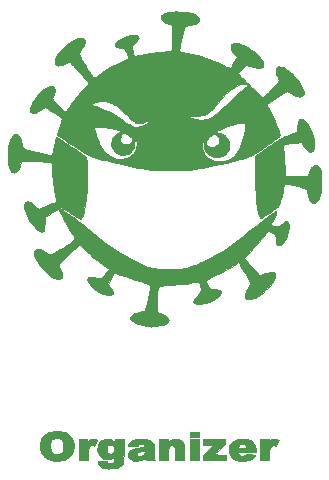
<source format=gbr>
G04 #@! TF.GenerationSoftware,KiCad,Pcbnew,(5.1.10)-1*
G04 #@! TF.CreationDate,2021-09-01T23:23:54-05:00*
G04 #@! TF.ProjectId,Bsides-KC-2021-SAO-Organizer,42736964-6573-42d4-9b43-2d323032312d,rev?*
G04 #@! TF.SameCoordinates,Original*
G04 #@! TF.FileFunction,Legend,Top*
G04 #@! TF.FilePolarity,Positive*
%FSLAX46Y46*%
G04 Gerber Fmt 4.6, Leading zero omitted, Abs format (unit mm)*
G04 Created by KiCad (PCBNEW (5.1.10)-1) date 2021-09-01 23:23:54*
%MOMM*%
%LPD*%
G01*
G04 APERTURE LIST*
%ADD10C,0.010000*%
G04 APERTURE END LIST*
D10*
G04 #@! TO.C,G\u002A\u002A\u002A*
G36*
X108535197Y-63104115D02*
G01*
X108805644Y-63118380D01*
X109065770Y-63143364D01*
X109304953Y-63178294D01*
X109500000Y-63219209D01*
X109668428Y-63271996D01*
X109823695Y-63340946D01*
X109960941Y-63422284D01*
X110075305Y-63512240D01*
X110161925Y-63607039D01*
X110215943Y-63702909D01*
X110232667Y-63787879D01*
X110212060Y-63887396D01*
X110151207Y-63978822D01*
X110051556Y-64061382D01*
X109914559Y-64134299D01*
X109741665Y-64196797D01*
X109534324Y-64248099D01*
X109301334Y-64286475D01*
X109194609Y-64301851D01*
X109102340Y-64317770D01*
X109033036Y-64332570D01*
X108995207Y-64344590D01*
X108991726Y-64346906D01*
X108980656Y-64373284D01*
X108961799Y-64435979D01*
X108936360Y-64529942D01*
X108905542Y-64650124D01*
X108870549Y-64791475D01*
X108832586Y-64948945D01*
X108792858Y-65117485D01*
X108752567Y-65292045D01*
X108712918Y-65467575D01*
X108675116Y-65639026D01*
X108640364Y-65801347D01*
X108611412Y-65941801D01*
X108587327Y-66068071D01*
X108567258Y-66186110D01*
X108552514Y-66287145D01*
X108544400Y-66362404D01*
X108543512Y-66397517D01*
X108549917Y-66484112D01*
X108698084Y-66522172D01*
X108768436Y-66538834D01*
X108870122Y-66561048D01*
X108992848Y-66586657D01*
X109126324Y-66613504D01*
X109229917Y-66633656D01*
X109653195Y-66719591D01*
X110042278Y-66809596D01*
X110405284Y-66906350D01*
X110750327Y-67012534D01*
X111085526Y-67130827D01*
X111418995Y-67263910D01*
X111758851Y-67414462D01*
X112113212Y-67585164D01*
X112116500Y-67586804D01*
X112245544Y-67650450D01*
X112372043Y-67711507D01*
X112487351Y-67765898D01*
X112582820Y-67809550D01*
X112649802Y-67838386D01*
X112653211Y-67839749D01*
X112798338Y-67897314D01*
X112850989Y-67848116D01*
X112900293Y-67792221D01*
X112963952Y-67705066D01*
X113037651Y-67593384D01*
X113117074Y-67463909D01*
X113197906Y-67323373D01*
X113256703Y-67215060D01*
X113386274Y-66969869D01*
X113235854Y-66770560D01*
X113120183Y-66605506D01*
X113026120Y-66446983D01*
X112954653Y-66298515D01*
X112906768Y-66163625D01*
X112883452Y-66045835D01*
X112885692Y-65948669D01*
X112914474Y-65875650D01*
X112970786Y-65830301D01*
X112972297Y-65829660D01*
X113057970Y-65805530D01*
X113170463Y-65790001D01*
X113294968Y-65783972D01*
X113416678Y-65788344D01*
X113492334Y-65798082D01*
X113695957Y-65847668D01*
X113907243Y-65922412D01*
X114122294Y-66019146D01*
X114337213Y-66134701D01*
X114548101Y-66265910D01*
X114751060Y-66409604D01*
X114942191Y-66562614D01*
X115117598Y-66721774D01*
X115273382Y-66883914D01*
X115405645Y-67045866D01*
X115510488Y-67204462D01*
X115584015Y-67356535D01*
X115622326Y-67498915D01*
X115625913Y-67532188D01*
X115621080Y-67663026D01*
X115585582Y-67764694D01*
X115519473Y-67837132D01*
X115422807Y-67880278D01*
X115300400Y-67894088D01*
X115209742Y-67886244D01*
X115085563Y-67863559D01*
X114933433Y-67827435D01*
X114758924Y-67779274D01*
X114567607Y-67720479D01*
X114431702Y-67675462D01*
X114217487Y-67602482D01*
X113482261Y-68338610D01*
X113778339Y-68637036D01*
X113876383Y-68735225D01*
X113992147Y-68850104D01*
X114122097Y-68978247D01*
X114262696Y-69116231D01*
X114410410Y-69260632D01*
X114561705Y-69408026D01*
X114713045Y-69554988D01*
X114860895Y-69698094D01*
X115001721Y-69833921D01*
X115131987Y-69959044D01*
X115248159Y-70070040D01*
X115346702Y-70163483D01*
X115424081Y-70235951D01*
X115476760Y-70284019D01*
X115493862Y-70298764D01*
X115549132Y-70342119D01*
X115585253Y-70361688D01*
X115614937Y-70361558D01*
X115646800Y-70347901D01*
X115678792Y-70324092D01*
X115735787Y-70273799D01*
X115813616Y-70201214D01*
X115908109Y-70110528D01*
X116015094Y-70005933D01*
X116130401Y-69891620D01*
X116249860Y-69771780D01*
X116369300Y-69650606D01*
X116484551Y-69532288D01*
X116591442Y-69421017D01*
X116685803Y-69320986D01*
X116763464Y-69236386D01*
X116820253Y-69171407D01*
X116833503Y-69155235D01*
X116894106Y-69077916D01*
X116933469Y-69017981D01*
X116952083Y-68965481D01*
X116950434Y-68910465D01*
X116929012Y-68842984D01*
X116888306Y-68753085D01*
X116856473Y-68687612D01*
X116786988Y-68532272D01*
X116741680Y-68396331D01*
X116717162Y-68267061D01*
X116710036Y-68137584D01*
X116718673Y-67988783D01*
X116746245Y-67877078D01*
X116794792Y-67800752D01*
X116866352Y-67758083D01*
X116962964Y-67747355D01*
X117086669Y-67766847D01*
X117134450Y-67779814D01*
X117285499Y-67836487D01*
X117455075Y-67921409D01*
X117635311Y-68029730D01*
X117818343Y-68156598D01*
X117996305Y-68297163D01*
X118053970Y-68346956D01*
X118206769Y-68493344D01*
X118357030Y-68658484D01*
X118501522Y-68837116D01*
X118637017Y-69023983D01*
X118760286Y-69213825D01*
X118868100Y-69401382D01*
X118957229Y-69581396D01*
X119024444Y-69748609D01*
X119066516Y-69897760D01*
X119080254Y-70018355D01*
X119063653Y-70125650D01*
X119016395Y-70207817D01*
X118941978Y-70264742D01*
X118843896Y-70296311D01*
X118725645Y-70302412D01*
X118590722Y-70282930D01*
X118442623Y-70237753D01*
X118284842Y-70166767D01*
X118120877Y-70069858D01*
X118092094Y-70050422D01*
X118026716Y-70009782D01*
X117940424Y-69961841D01*
X117851009Y-69916447D01*
X117844089Y-69913143D01*
X117687593Y-69838823D01*
X117535098Y-69915618D01*
X117456443Y-69957290D01*
X117355003Y-70013989D01*
X117243868Y-70078265D01*
X117136126Y-70142671D01*
X117136093Y-70142691D01*
X117050153Y-70195890D01*
X116945377Y-70262038D01*
X116826524Y-70338007D01*
X116698354Y-70420670D01*
X116565628Y-70506899D01*
X116433105Y-70593566D01*
X116305546Y-70677544D01*
X116187709Y-70755705D01*
X116084355Y-70824921D01*
X116000243Y-70882064D01*
X115940134Y-70924007D01*
X115908788Y-70947622D01*
X115905334Y-70951418D01*
X115914969Y-70972423D01*
X115941968Y-71025184D01*
X115983468Y-71104267D01*
X116036606Y-71204237D01*
X116098520Y-71319660D01*
X116131588Y-71380941D01*
X116264035Y-71631808D01*
X116393315Y-71887958D01*
X116516942Y-72143814D01*
X116632431Y-72393801D01*
X116737296Y-72632344D01*
X116829052Y-72853867D01*
X116905213Y-73052795D01*
X116963294Y-73223552D01*
X116983429Y-73291731D01*
X117015773Y-73431013D01*
X117025988Y-73538251D01*
X117014079Y-73617487D01*
X116983827Y-73668870D01*
X116946353Y-73702847D01*
X116878453Y-73757970D01*
X116784394Y-73831127D01*
X116668445Y-73919208D01*
X116534876Y-74019102D01*
X116387953Y-74127697D01*
X116231945Y-74241883D01*
X116071121Y-74358550D01*
X115909750Y-74474585D01*
X115752098Y-74586879D01*
X115602436Y-74692319D01*
X115465030Y-74787796D01*
X115344150Y-74870198D01*
X115249722Y-74932750D01*
X115115562Y-75017656D01*
X114983553Y-75096211D01*
X114850643Y-75169432D01*
X114713779Y-75238331D01*
X114569908Y-75303923D01*
X114415978Y-75367223D01*
X114248935Y-75429246D01*
X114065727Y-75491005D01*
X113863301Y-75553516D01*
X113638604Y-75617792D01*
X113388584Y-75684849D01*
X113110188Y-75755700D01*
X112800363Y-75831360D01*
X112456057Y-75912844D01*
X112074215Y-76001165D01*
X111947167Y-76030224D01*
X111541304Y-76121695D01*
X111172203Y-76202368D01*
X110835897Y-76272992D01*
X110528418Y-76334315D01*
X110245802Y-76387084D01*
X109984079Y-76432047D01*
X109739284Y-76469953D01*
X109507450Y-76501549D01*
X109343667Y-76521111D01*
X109235170Y-76530543D01*
X109090171Y-76538972D01*
X108914489Y-76546329D01*
X108713945Y-76552543D01*
X108494358Y-76557543D01*
X108261548Y-76561261D01*
X108021337Y-76563624D01*
X107779544Y-76564565D01*
X107541989Y-76564011D01*
X107314492Y-76561894D01*
X107102874Y-76558143D01*
X106912955Y-76552688D01*
X106867167Y-76550954D01*
X106694450Y-76543007D01*
X106535169Y-76533154D01*
X106381502Y-76520483D01*
X106225625Y-76504081D01*
X106059718Y-76483035D01*
X105875957Y-76456434D01*
X105666521Y-76423365D01*
X105423587Y-76382916D01*
X105417250Y-76381842D01*
X105074100Y-76321578D01*
X104722449Y-76255888D01*
X104365698Y-76185613D01*
X104007246Y-76111595D01*
X103650495Y-76034672D01*
X103298844Y-75955687D01*
X102955694Y-75875479D01*
X102624445Y-75794889D01*
X102308498Y-75714758D01*
X102011252Y-75635926D01*
X101736109Y-75559234D01*
X101486469Y-75485523D01*
X101265731Y-75415632D01*
X101077297Y-75350402D01*
X100924567Y-75290674D01*
X100832568Y-75248527D01*
X100711548Y-75183889D01*
X100557955Y-75095613D01*
X100373554Y-74984817D01*
X100160114Y-74852619D01*
X99919400Y-74700137D01*
X99653178Y-74528490D01*
X99363217Y-74338795D01*
X99051282Y-74132170D01*
X98749750Y-73930329D01*
X98613760Y-73838780D01*
X98488954Y-73754576D01*
X98379705Y-73680681D01*
X98290385Y-73620061D01*
X98225368Y-73575680D01*
X98189027Y-73550503D01*
X98183052Y-73546109D01*
X98185045Y-73522902D01*
X98199899Y-73466030D01*
X98225742Y-73381516D01*
X98260704Y-73275381D01*
X98302914Y-73153649D01*
X98318432Y-73110202D01*
X98370594Y-72963688D01*
X98371166Y-72962052D01*
X101345084Y-72962052D01*
X101345810Y-73015198D01*
X101349675Y-73056579D01*
X101366706Y-73155037D01*
X101399262Y-73284535D01*
X101444786Y-73437838D01*
X101500722Y-73607707D01*
X101564512Y-73786908D01*
X101633600Y-73968202D01*
X101705428Y-74144353D01*
X101777441Y-74308124D01*
X101832826Y-74424084D01*
X101982103Y-74683450D01*
X102156566Y-74916338D01*
X102352978Y-75120011D01*
X102568105Y-75291732D01*
X102798711Y-75428764D01*
X103041562Y-75528370D01*
X103184167Y-75567336D01*
X103315507Y-75586398D01*
X103471188Y-75592853D01*
X103635743Y-75587346D01*
X103793707Y-75570524D01*
X103929615Y-75543031D01*
X103956750Y-75535070D01*
X104119640Y-75476011D01*
X104262919Y-75405627D01*
X104404880Y-75314356D01*
X104468112Y-75267796D01*
X104593754Y-75161715D01*
X104692518Y-75051203D01*
X104770861Y-74926327D01*
X104835240Y-74777156D01*
X104881579Y-74631714D01*
X104908842Y-74510758D01*
X104913005Y-74479243D01*
X110451091Y-74479243D01*
X110465012Y-74619778D01*
X110493425Y-74767121D01*
X110535181Y-74913527D01*
X110589130Y-75051253D01*
X110654122Y-75172555D01*
X110656283Y-75175941D01*
X110772988Y-75324121D01*
X110922798Y-75461599D01*
X111096700Y-75581968D01*
X111285685Y-75678822D01*
X111443249Y-75735524D01*
X111662693Y-75781623D01*
X111898926Y-75800319D01*
X112136153Y-75791240D01*
X112346602Y-75756890D01*
X112599853Y-75678061D01*
X112832647Y-75565163D01*
X113046155Y-75417147D01*
X113241548Y-75232962D01*
X113419998Y-75011559D01*
X113582675Y-74751887D01*
X113681717Y-74559559D01*
X113788604Y-74313584D01*
X113878739Y-74056164D01*
X113953872Y-73780513D01*
X114015753Y-73479845D01*
X114066134Y-73147377D01*
X114083805Y-73000890D01*
X114097755Y-72874778D01*
X114109851Y-72760824D01*
X114119324Y-72666667D01*
X114125402Y-72599949D01*
X114127334Y-72569474D01*
X114126116Y-72552454D01*
X114118362Y-72540586D01*
X114097921Y-72533250D01*
X114058639Y-72529826D01*
X113994367Y-72529692D01*
X113898951Y-72532228D01*
X113793959Y-72535836D01*
X113576675Y-72548210D01*
X113387694Y-72568682D01*
X113256757Y-72591458D01*
X112913553Y-72682123D01*
X112560668Y-72807364D01*
X112206857Y-72963649D01*
X111860874Y-73147446D01*
X111821260Y-73170614D01*
X111734599Y-73222255D01*
X111680230Y-73256799D01*
X111653839Y-73278420D01*
X111651115Y-73291288D01*
X111667746Y-73299575D01*
X111683677Y-73303715D01*
X111866115Y-73349611D01*
X112013525Y-73392344D01*
X112132758Y-73434939D01*
X112230665Y-73480423D01*
X112314095Y-73531823D01*
X112389899Y-73592163D01*
X112437328Y-73636627D01*
X112565486Y-73790843D01*
X112660380Y-73964311D01*
X112721939Y-74151097D01*
X112750091Y-74345270D01*
X112744763Y-74540898D01*
X112705885Y-74732047D01*
X112633385Y-74912786D01*
X112527190Y-75077182D01*
X112455719Y-75157163D01*
X112300616Y-75285867D01*
X112129206Y-75376935D01*
X111938672Y-75431481D01*
X111726199Y-75450619D01*
X111714334Y-75450667D01*
X111497018Y-75431783D01*
X111298484Y-75375417D01*
X111119774Y-75281996D01*
X110961932Y-75151947D01*
X110946392Y-75135953D01*
X110815312Y-74977007D01*
X110719515Y-74809681D01*
X110655319Y-74625535D01*
X110619043Y-74416127D01*
X110615378Y-74377299D01*
X110602693Y-74262111D01*
X110586739Y-74186860D01*
X110566263Y-74149196D01*
X110540008Y-74146771D01*
X110507786Y-74175924D01*
X110471328Y-74249572D01*
X110452813Y-74353260D01*
X110451091Y-74479243D01*
X104913005Y-74479243D01*
X104925840Y-74382079D01*
X104932500Y-74255238D01*
X104928743Y-74139793D01*
X104928350Y-74137184D01*
X110790161Y-74137184D01*
X110791409Y-74185668D01*
X110829057Y-74282288D01*
X110899751Y-74379780D01*
X110995744Y-74467712D01*
X111007174Y-74476109D01*
X111088685Y-74528963D01*
X111162879Y-74560597D01*
X111246656Y-74576247D01*
X111345828Y-74581014D01*
X111434008Y-74577161D01*
X111510428Y-74559151D01*
X111597230Y-74521606D01*
X111603774Y-74518354D01*
X111725044Y-74437405D01*
X111814183Y-74330613D01*
X111873379Y-74195084D01*
X111886486Y-74144588D01*
X111900388Y-73992260D01*
X111874105Y-73848309D01*
X111809641Y-73717617D01*
X111709001Y-73605068D01*
X111645261Y-73556804D01*
X111552153Y-73500725D01*
X111478771Y-73473136D01*
X111414578Y-73472930D01*
X111349037Y-73498995D01*
X111312167Y-73521733D01*
X111177558Y-73620971D01*
X111056548Y-73728485D01*
X110953221Y-73839068D01*
X110871658Y-73947516D01*
X110815944Y-74048623D01*
X110790161Y-74137184D01*
X104928350Y-74137184D01*
X104914494Y-74045302D01*
X104889677Y-73981325D01*
X104886796Y-73977220D01*
X104851294Y-73935473D01*
X104823382Y-73912278D01*
X104821651Y-73911578D01*
X104795029Y-73923059D01*
X104771308Y-73974642D01*
X104751072Y-74064160D01*
X104734906Y-74189445D01*
X104729307Y-74254346D01*
X104712453Y-74408583D01*
X104687814Y-74537348D01*
X104666259Y-74608758D01*
X104579887Y-74783789D01*
X104465033Y-74932123D01*
X104326818Y-75052497D01*
X104170364Y-75143646D01*
X104000793Y-75204307D01*
X103823227Y-75233216D01*
X103642787Y-75229109D01*
X103464595Y-75190721D01*
X103293773Y-75116789D01*
X103135443Y-75006050D01*
X103118147Y-74990788D01*
X103002293Y-74862677D01*
X102905808Y-74709612D01*
X102833884Y-74542939D01*
X102791716Y-74374007D01*
X102782691Y-74257812D01*
X102803639Y-74089644D01*
X102862802Y-73917501D01*
X102865051Y-73913453D01*
X103544465Y-73913453D01*
X103556487Y-74055211D01*
X103593137Y-74166360D01*
X103656746Y-74248769D01*
X103749647Y-74304305D01*
X103874170Y-74334837D01*
X104032649Y-74342233D01*
X104077827Y-74340686D01*
X104196393Y-74328624D01*
X104290427Y-74306041D01*
X104319994Y-74293837D01*
X104388946Y-74243098D01*
X104457157Y-74165919D01*
X104513863Y-74076989D01*
X104548295Y-73990996D01*
X104550976Y-73978717D01*
X104547409Y-73895152D01*
X104505731Y-73806377D01*
X104425193Y-73711577D01*
X104305044Y-73609940D01*
X104144537Y-73500651D01*
X104068385Y-73454326D01*
X103971052Y-73402481D01*
X103895355Y-73379301D01*
X103831206Y-73385418D01*
X103768521Y-73421464D01*
X103708097Y-73476875D01*
X103625266Y-73578481D01*
X103573417Y-73687985D01*
X103548368Y-73816553D01*
X103544465Y-73913453D01*
X102865051Y-73913453D01*
X102957274Y-73747466D01*
X103084149Y-73585626D01*
X103123372Y-73544339D01*
X103201434Y-73471772D01*
X103272709Y-73423015D01*
X103354337Y-73386957D01*
X103379570Y-73378224D01*
X103481694Y-73341314D01*
X103546054Y-73310170D01*
X103576369Y-73282129D01*
X103576361Y-73254524D01*
X103568582Y-73242865D01*
X103516881Y-73201833D01*
X103430020Y-73157045D01*
X103314745Y-73110748D01*
X103177801Y-73065190D01*
X103025934Y-73022619D01*
X102865889Y-72985283D01*
X102707563Y-72955931D01*
X102519417Y-72929059D01*
X102327623Y-72907441D01*
X102137995Y-72891259D01*
X101956345Y-72880695D01*
X101788487Y-72875930D01*
X101640235Y-72877147D01*
X101517403Y-72884528D01*
X101425803Y-72898255D01*
X101378146Y-72914335D01*
X101355066Y-72932414D01*
X101345084Y-72962052D01*
X98371166Y-72962052D01*
X98423923Y-72811218D01*
X98474469Y-72664269D01*
X98518282Y-72534324D01*
X98550919Y-72434417D01*
X98631660Y-72180417D01*
X98554318Y-72111133D01*
X98480847Y-72050788D01*
X98378806Y-71976056D01*
X98246479Y-71885798D01*
X98082148Y-71778873D01*
X97884095Y-71654141D01*
X97650604Y-71510461D01*
X97638923Y-71503341D01*
X97512439Y-71426462D01*
X97398220Y-71357398D01*
X97301118Y-71299055D01*
X97225990Y-71254340D01*
X97177690Y-71226160D01*
X97161139Y-71217334D01*
X97141333Y-71228323D01*
X97093162Y-71258373D01*
X97023510Y-71303102D01*
X96939262Y-71358131D01*
X96924665Y-71367746D01*
X96752516Y-71477133D01*
X96605741Y-71560440D01*
X96478346Y-71620017D01*
X96364339Y-71658213D01*
X96257726Y-71677381D01*
X96152516Y-71679869D01*
X96131974Y-71678635D01*
X96034498Y-71664215D01*
X95969746Y-71633000D01*
X95930914Y-71577857D01*
X95911195Y-71491654D01*
X95906864Y-71442747D01*
X95908486Y-71324289D01*
X95930261Y-71202875D01*
X95974646Y-71069723D01*
X96044098Y-70916052D01*
X96066758Y-70871277D01*
X96179666Y-70672586D01*
X96310746Y-70476821D01*
X96456316Y-70287219D01*
X96612697Y-70107013D01*
X96776207Y-69939439D01*
X96943163Y-69787731D01*
X97109886Y-69655123D01*
X97272693Y-69544851D01*
X97427904Y-69460148D01*
X97571837Y-69404251D01*
X97700811Y-69380393D01*
X97761827Y-69381843D01*
X97856728Y-69410745D01*
X97927058Y-69471174D01*
X97972433Y-69559910D01*
X97992469Y-69673736D01*
X97986782Y-69809435D01*
X97954988Y-69963789D01*
X97896703Y-70133579D01*
X97861284Y-70215129D01*
X97816533Y-70319317D01*
X97793819Y-70397833D01*
X97793346Y-70461272D01*
X97815320Y-70520230D01*
X97859944Y-70585305D01*
X97868651Y-70596308D01*
X97922919Y-70659470D01*
X97997784Y-70739974D01*
X98088801Y-70833625D01*
X98191527Y-70936226D01*
X98301516Y-71043580D01*
X98414326Y-71151491D01*
X98525511Y-71255762D01*
X98630627Y-71352198D01*
X98725232Y-71436601D01*
X98804879Y-71504775D01*
X98865126Y-71552524D01*
X98901528Y-71575652D01*
X98907406Y-71577167D01*
X98937928Y-71558824D01*
X98988141Y-71504501D01*
X99057233Y-71415253D01*
X99144393Y-71292137D01*
X99248809Y-71136210D01*
X99264559Y-71112127D01*
X99357354Y-70973253D01*
X101106521Y-70973253D01*
X101159122Y-71018498D01*
X101199585Y-71042388D01*
X101270659Y-71073816D01*
X101362254Y-71108667D01*
X101462403Y-71142237D01*
X101841934Y-71268958D01*
X102191909Y-71403130D01*
X102525058Y-71550148D01*
X102854107Y-71715408D01*
X102994396Y-71791693D01*
X103133174Y-71870290D01*
X103256255Y-71943942D01*
X103372125Y-72018452D01*
X103489268Y-72099619D01*
X103616171Y-72193245D01*
X103761318Y-72305129D01*
X103864976Y-72386832D01*
X104066148Y-72539326D01*
X104247167Y-72659961D01*
X104413697Y-72750429D01*
X104571399Y-72812421D01*
X104725938Y-72847629D01*
X104882975Y-72857745D01*
X105048174Y-72844461D01*
X105227198Y-72809469D01*
X105255921Y-72802369D01*
X105357275Y-72771746D01*
X105470612Y-72730052D01*
X105567570Y-72688062D01*
X105648520Y-72643603D01*
X105729101Y-72589791D01*
X105805310Y-72530829D01*
X105873146Y-72470919D01*
X105928608Y-72414264D01*
X105967694Y-72365065D01*
X105986402Y-72327526D01*
X105980731Y-72305848D01*
X105946680Y-72304234D01*
X105928761Y-72308753D01*
X105888219Y-72323612D01*
X105821907Y-72350757D01*
X105742582Y-72384927D01*
X105723677Y-72393299D01*
X105560058Y-72459070D01*
X105411215Y-72501437D01*
X105259533Y-72524249D01*
X105092407Y-72531340D01*
X104992388Y-72531118D01*
X104922749Y-72527709D01*
X104871545Y-72518649D01*
X104826827Y-72501471D01*
X104776649Y-72473710D01*
X104757532Y-72462215D01*
X104686839Y-72415313D01*
X104602839Y-72351657D01*
X104502944Y-72268966D01*
X104384567Y-72164959D01*
X104245117Y-72037357D01*
X104194665Y-71989883D01*
X109365025Y-71989883D01*
X109368165Y-72006391D01*
X109395544Y-72026287D01*
X109444578Y-72050216D01*
X109465375Y-72059236D01*
X109535637Y-72086723D01*
X109627953Y-72119643D01*
X109723785Y-72151416D01*
X109735250Y-72155030D01*
X109817775Y-72179894D01*
X109895127Y-72200522D01*
X109979113Y-72219601D01*
X110081536Y-72239816D01*
X110211500Y-72263375D01*
X110296910Y-72270217D01*
X110410484Y-72267830D01*
X110539363Y-72257450D01*
X110670693Y-72240315D01*
X110791616Y-72217660D01*
X110855543Y-72201437D01*
X110963627Y-72166527D01*
X111079481Y-72123483D01*
X111180228Y-72080874D01*
X111191504Y-72075584D01*
X111276362Y-72029572D01*
X111376393Y-71964826D01*
X111493126Y-71880042D01*
X111628086Y-71773918D01*
X111782801Y-71645148D01*
X111958799Y-71492429D01*
X112157605Y-71314456D01*
X112380748Y-71109925D01*
X112629754Y-70877532D01*
X112906150Y-70615973D01*
X112953905Y-70570484D01*
X113199959Y-70336822D01*
X113417153Y-70132546D01*
X113606347Y-69956897D01*
X113768402Y-69809113D01*
X113904176Y-69688436D01*
X114014531Y-69594104D01*
X114100325Y-69525358D01*
X114162420Y-69481436D01*
X114201675Y-69461580D01*
X114209971Y-69460176D01*
X114265482Y-69447643D01*
X114289409Y-69416270D01*
X114283493Y-69373329D01*
X114249471Y-69326090D01*
X114189083Y-69281824D01*
X114164353Y-69269420D01*
X114077403Y-69239957D01*
X113983308Y-69230334D01*
X113871934Y-69240567D01*
X113735783Y-69269992D01*
X113491363Y-69349542D01*
X113239907Y-69463794D01*
X113052542Y-69569682D01*
X112929980Y-69655871D01*
X112785950Y-69776690D01*
X112621598Y-69930983D01*
X112438068Y-70117590D01*
X112236506Y-70335355D01*
X112018055Y-70583120D01*
X111820767Y-70815464D01*
X111647907Y-71020782D01*
X111497763Y-71195482D01*
X111367192Y-71342464D01*
X111253051Y-71464629D01*
X111152199Y-71564876D01*
X111061493Y-71646107D01*
X110977790Y-71711221D01*
X110897948Y-71763118D01*
X110818824Y-71804700D01*
X110737277Y-71838866D01*
X110695933Y-71853626D01*
X110647839Y-71868308D01*
X110594628Y-71880407D01*
X110530323Y-71890544D01*
X110448945Y-71899338D01*
X110344515Y-71907412D01*
X110211055Y-71915384D01*
X110042587Y-71923877D01*
X109999834Y-71925896D01*
X109803303Y-71935608D01*
X109646507Y-71944842D01*
X109526865Y-71954243D01*
X109441792Y-71964453D01*
X109388707Y-71976118D01*
X109365025Y-71989883D01*
X104194665Y-71989883D01*
X104082008Y-71883878D01*
X103892650Y-71702241D01*
X103868525Y-71678913D01*
X103689146Y-71507739D01*
X103532624Y-71364155D01*
X103393724Y-71244082D01*
X103267209Y-71143443D01*
X103147845Y-71058157D01*
X103030396Y-70984147D01*
X102909627Y-70917333D01*
X102856084Y-70890153D01*
X102707369Y-70819979D01*
X102579196Y-70769397D01*
X102457559Y-70734819D01*
X102328452Y-70712658D01*
X102177869Y-70699329D01*
X102094084Y-70695025D01*
X101898528Y-70694436D01*
X101712096Y-70708918D01*
X101540770Y-70737053D01*
X101390530Y-70777426D01*
X101267359Y-70828619D01*
X101177239Y-70889215D01*
X101149371Y-70918779D01*
X101106521Y-70973253D01*
X99357354Y-70973253D01*
X99408461Y-70896768D01*
X99552198Y-70693132D01*
X99700942Y-70494754D01*
X99859865Y-70295168D01*
X100034138Y-70087908D01*
X100228933Y-69866511D01*
X100449421Y-69624509D01*
X100486709Y-69584221D01*
X100583694Y-69478707D01*
X100670272Y-69382746D01*
X100742481Y-69300874D01*
X100796359Y-69237630D01*
X100827943Y-69197550D01*
X100834667Y-69185761D01*
X100821491Y-69157741D01*
X100784564Y-69102635D01*
X100727787Y-69025406D01*
X100655063Y-68931021D01*
X100570293Y-68824446D01*
X100477379Y-68710648D01*
X100380223Y-68594591D01*
X100282726Y-68481241D01*
X100267129Y-68463430D01*
X100205764Y-68394867D01*
X100126416Y-68308215D01*
X100033120Y-68207703D01*
X99929912Y-68097555D01*
X99820829Y-67981997D01*
X99709905Y-67865256D01*
X99601178Y-67751558D01*
X99498684Y-67645128D01*
X99406457Y-67550192D01*
X99328535Y-67470977D01*
X99268954Y-67411708D01*
X99231748Y-67376612D01*
X99221783Y-67368886D01*
X99198210Y-67374577D01*
X99143044Y-67394695D01*
X99063370Y-67426461D01*
X98966274Y-67467094D01*
X98912373Y-67490316D01*
X98737607Y-67563552D01*
X98593241Y-67617361D01*
X98473008Y-67653474D01*
X98370640Y-67673618D01*
X98279870Y-67679524D01*
X98234074Y-67677452D01*
X98158596Y-67666968D01*
X98107729Y-67645994D01*
X98063853Y-67606945D01*
X98059776Y-67602432D01*
X98004066Y-67509409D01*
X97981427Y-67395408D01*
X97990037Y-67263425D01*
X98028076Y-67116453D01*
X98093722Y-66957488D01*
X98185155Y-66789523D01*
X98300551Y-66615553D01*
X98438092Y-66438573D01*
X98595954Y-66261578D01*
X98772318Y-66087561D01*
X98965362Y-65919517D01*
X99173264Y-65760441D01*
X99185244Y-65751905D01*
X99394238Y-65613984D01*
X99593498Y-65502908D01*
X99780630Y-65419005D01*
X99953244Y-65362604D01*
X100108948Y-65334036D01*
X100245350Y-65333629D01*
X100360060Y-65361713D01*
X100450685Y-65418618D01*
X100514833Y-65504672D01*
X100538241Y-65565512D01*
X100548674Y-65641541D01*
X100538206Y-65729916D01*
X100505353Y-65834350D01*
X100448632Y-65958556D01*
X100366560Y-66106247D01*
X100257654Y-66281136D01*
X100243958Y-66302215D01*
X100184935Y-66395488D01*
X100133519Y-66481860D01*
X100094906Y-66552245D01*
X100074295Y-66597556D01*
X100073428Y-66600345D01*
X100065198Y-66659760D01*
X100074210Y-66729720D01*
X100102419Y-66817257D01*
X100151781Y-66929399D01*
X100182113Y-66991152D01*
X100241075Y-67102322D01*
X100319511Y-67241077D01*
X100413225Y-67400715D01*
X100518021Y-67574531D01*
X100629704Y-67755823D01*
X100744079Y-67937886D01*
X100856951Y-68114017D01*
X100964123Y-68277512D01*
X101061400Y-68421668D01*
X101144587Y-68539782D01*
X101186691Y-68596273D01*
X101281535Y-68719529D01*
X101349143Y-68685224D01*
X101386056Y-68663688D01*
X101452010Y-68622365D01*
X101540962Y-68565156D01*
X101646868Y-68495966D01*
X101763686Y-68418697D01*
X101821119Y-68380380D01*
X102136581Y-68173025D01*
X102430385Y-67988250D01*
X102712452Y-67820444D01*
X102992705Y-67663998D01*
X103281067Y-67513299D01*
X103587461Y-67362739D01*
X103787417Y-67268586D01*
X103913871Y-67209811D01*
X104026824Y-67157186D01*
X104120839Y-67113254D01*
X104190480Y-67080557D01*
X104230312Y-67061638D01*
X104237617Y-67057978D01*
X104231392Y-67038187D01*
X104210750Y-66985282D01*
X104178047Y-66905018D01*
X104135636Y-66803150D01*
X104085874Y-66685433D01*
X104068789Y-66645372D01*
X104007049Y-66500928D01*
X103957421Y-66390201D01*
X103914428Y-66308398D01*
X103872593Y-66250731D01*
X103826441Y-66212406D01*
X103770494Y-66188635D01*
X103699277Y-66174626D01*
X103607313Y-66165587D01*
X103512250Y-66158500D01*
X103364075Y-66143482D01*
X103252335Y-66122643D01*
X103171326Y-66094226D01*
X103115345Y-66056476D01*
X103091683Y-66029026D01*
X103060996Y-65951660D01*
X103068179Y-65865743D01*
X103110219Y-65773716D01*
X103184105Y-65678017D01*
X103286823Y-65581084D01*
X103415362Y-65485356D01*
X103566708Y-65393272D01*
X103737849Y-65307270D01*
X103925774Y-65229789D01*
X104127469Y-65163268D01*
X104179000Y-65148822D01*
X104291977Y-65121426D01*
X104396846Y-65104249D01*
X104511015Y-65095119D01*
X104634084Y-65092003D01*
X104780820Y-65094399D01*
X104891811Y-65106100D01*
X104973007Y-65129114D01*
X105030362Y-65165449D01*
X105069830Y-65217116D01*
X105082230Y-65243213D01*
X105099665Y-65314311D01*
X105090569Y-65386872D01*
X105052620Y-65464678D01*
X104983499Y-65551509D01*
X104880885Y-65651147D01*
X104778439Y-65738281D01*
X104685028Y-65818991D01*
X104622064Y-65886864D01*
X104583999Y-65951350D01*
X104565288Y-66021901D01*
X104560384Y-66107965D01*
X104560388Y-66109824D01*
X104564666Y-66200128D01*
X104575802Y-66317751D01*
X104591930Y-66448589D01*
X104611183Y-66578536D01*
X104631695Y-66693488D01*
X104646388Y-66759819D01*
X104663042Y-66818511D01*
X104682386Y-66846906D01*
X104717008Y-66855864D01*
X104758305Y-66856379D01*
X104813225Y-66852156D01*
X104898024Y-66841118D01*
X105001106Y-66824944D01*
X105110334Y-66805417D01*
X105331197Y-66763525D01*
X105516259Y-66728776D01*
X105671261Y-66700181D01*
X105801946Y-66676753D01*
X105914057Y-66657504D01*
X106013337Y-66641448D01*
X106105529Y-66627595D01*
X106196376Y-66614958D01*
X106285084Y-66603382D01*
X106420125Y-66587179D01*
X106581067Y-66569432D01*
X106751601Y-66551853D01*
X106915417Y-66536149D01*
X106988404Y-66529648D01*
X107222910Y-66507167D01*
X107423860Y-66483176D01*
X107589094Y-66458007D01*
X107716454Y-66431991D01*
X107803778Y-66405461D01*
X107807967Y-66403747D01*
X107861705Y-66370284D01*
X107887194Y-66319129D01*
X107890446Y-66303595D01*
X107894640Y-66261879D01*
X107899403Y-66183540D01*
X107904574Y-66074283D01*
X107909990Y-65939812D01*
X107915492Y-65785832D01*
X107920917Y-65618047D01*
X107926105Y-65442162D01*
X107930894Y-65263881D01*
X107935124Y-65088909D01*
X107938633Y-64922950D01*
X107941260Y-64771708D01*
X107942843Y-64640888D01*
X107943222Y-64536195D01*
X107942341Y-64466844D01*
X107936084Y-64246271D01*
X107692667Y-64168929D01*
X107585068Y-64132947D01*
X107481027Y-64095027D01*
X107393653Y-64060118D01*
X107343417Y-64037097D01*
X107195205Y-63947274D01*
X107079704Y-63848444D01*
X106999625Y-63743775D01*
X106957677Y-63636435D01*
X106951834Y-63579674D01*
X106954849Y-63524670D01*
X106968685Y-63482433D01*
X107000529Y-63439349D01*
X107054973Y-63384304D01*
X107149243Y-63309007D01*
X107263806Y-63247223D01*
X107402957Y-63197716D01*
X107570992Y-63159249D01*
X107772209Y-63130588D01*
X108005824Y-63110817D01*
X108265050Y-63101337D01*
X108535197Y-63104115D01*
G37*
X108535197Y-63104115D02*
X108805644Y-63118380D01*
X109065770Y-63143364D01*
X109304953Y-63178294D01*
X109500000Y-63219209D01*
X109668428Y-63271996D01*
X109823695Y-63340946D01*
X109960941Y-63422284D01*
X110075305Y-63512240D01*
X110161925Y-63607039D01*
X110215943Y-63702909D01*
X110232667Y-63787879D01*
X110212060Y-63887396D01*
X110151207Y-63978822D01*
X110051556Y-64061382D01*
X109914559Y-64134299D01*
X109741665Y-64196797D01*
X109534324Y-64248099D01*
X109301334Y-64286475D01*
X109194609Y-64301851D01*
X109102340Y-64317770D01*
X109033036Y-64332570D01*
X108995207Y-64344590D01*
X108991726Y-64346906D01*
X108980656Y-64373284D01*
X108961799Y-64435979D01*
X108936360Y-64529942D01*
X108905542Y-64650124D01*
X108870549Y-64791475D01*
X108832586Y-64948945D01*
X108792858Y-65117485D01*
X108752567Y-65292045D01*
X108712918Y-65467575D01*
X108675116Y-65639026D01*
X108640364Y-65801347D01*
X108611412Y-65941801D01*
X108587327Y-66068071D01*
X108567258Y-66186110D01*
X108552514Y-66287145D01*
X108544400Y-66362404D01*
X108543512Y-66397517D01*
X108549917Y-66484112D01*
X108698084Y-66522172D01*
X108768436Y-66538834D01*
X108870122Y-66561048D01*
X108992848Y-66586657D01*
X109126324Y-66613504D01*
X109229917Y-66633656D01*
X109653195Y-66719591D01*
X110042278Y-66809596D01*
X110405284Y-66906350D01*
X110750327Y-67012534D01*
X111085526Y-67130827D01*
X111418995Y-67263910D01*
X111758851Y-67414462D01*
X112113212Y-67585164D01*
X112116500Y-67586804D01*
X112245544Y-67650450D01*
X112372043Y-67711507D01*
X112487351Y-67765898D01*
X112582820Y-67809550D01*
X112649802Y-67838386D01*
X112653211Y-67839749D01*
X112798338Y-67897314D01*
X112850989Y-67848116D01*
X112900293Y-67792221D01*
X112963952Y-67705066D01*
X113037651Y-67593384D01*
X113117074Y-67463909D01*
X113197906Y-67323373D01*
X113256703Y-67215060D01*
X113386274Y-66969869D01*
X113235854Y-66770560D01*
X113120183Y-66605506D01*
X113026120Y-66446983D01*
X112954653Y-66298515D01*
X112906768Y-66163625D01*
X112883452Y-66045835D01*
X112885692Y-65948669D01*
X112914474Y-65875650D01*
X112970786Y-65830301D01*
X112972297Y-65829660D01*
X113057970Y-65805530D01*
X113170463Y-65790001D01*
X113294968Y-65783972D01*
X113416678Y-65788344D01*
X113492334Y-65798082D01*
X113695957Y-65847668D01*
X113907243Y-65922412D01*
X114122294Y-66019146D01*
X114337213Y-66134701D01*
X114548101Y-66265910D01*
X114751060Y-66409604D01*
X114942191Y-66562614D01*
X115117598Y-66721774D01*
X115273382Y-66883914D01*
X115405645Y-67045866D01*
X115510488Y-67204462D01*
X115584015Y-67356535D01*
X115622326Y-67498915D01*
X115625913Y-67532188D01*
X115621080Y-67663026D01*
X115585582Y-67764694D01*
X115519473Y-67837132D01*
X115422807Y-67880278D01*
X115300400Y-67894088D01*
X115209742Y-67886244D01*
X115085563Y-67863559D01*
X114933433Y-67827435D01*
X114758924Y-67779274D01*
X114567607Y-67720479D01*
X114431702Y-67675462D01*
X114217487Y-67602482D01*
X113482261Y-68338610D01*
X113778339Y-68637036D01*
X113876383Y-68735225D01*
X113992147Y-68850104D01*
X114122097Y-68978247D01*
X114262696Y-69116231D01*
X114410410Y-69260632D01*
X114561705Y-69408026D01*
X114713045Y-69554988D01*
X114860895Y-69698094D01*
X115001721Y-69833921D01*
X115131987Y-69959044D01*
X115248159Y-70070040D01*
X115346702Y-70163483D01*
X115424081Y-70235951D01*
X115476760Y-70284019D01*
X115493862Y-70298764D01*
X115549132Y-70342119D01*
X115585253Y-70361688D01*
X115614937Y-70361558D01*
X115646800Y-70347901D01*
X115678792Y-70324092D01*
X115735787Y-70273799D01*
X115813616Y-70201214D01*
X115908109Y-70110528D01*
X116015094Y-70005933D01*
X116130401Y-69891620D01*
X116249860Y-69771780D01*
X116369300Y-69650606D01*
X116484551Y-69532288D01*
X116591442Y-69421017D01*
X116685803Y-69320986D01*
X116763464Y-69236386D01*
X116820253Y-69171407D01*
X116833503Y-69155235D01*
X116894106Y-69077916D01*
X116933469Y-69017981D01*
X116952083Y-68965481D01*
X116950434Y-68910465D01*
X116929012Y-68842984D01*
X116888306Y-68753085D01*
X116856473Y-68687612D01*
X116786988Y-68532272D01*
X116741680Y-68396331D01*
X116717162Y-68267061D01*
X116710036Y-68137584D01*
X116718673Y-67988783D01*
X116746245Y-67877078D01*
X116794792Y-67800752D01*
X116866352Y-67758083D01*
X116962964Y-67747355D01*
X117086669Y-67766847D01*
X117134450Y-67779814D01*
X117285499Y-67836487D01*
X117455075Y-67921409D01*
X117635311Y-68029730D01*
X117818343Y-68156598D01*
X117996305Y-68297163D01*
X118053970Y-68346956D01*
X118206769Y-68493344D01*
X118357030Y-68658484D01*
X118501522Y-68837116D01*
X118637017Y-69023983D01*
X118760286Y-69213825D01*
X118868100Y-69401382D01*
X118957229Y-69581396D01*
X119024444Y-69748609D01*
X119066516Y-69897760D01*
X119080254Y-70018355D01*
X119063653Y-70125650D01*
X119016395Y-70207817D01*
X118941978Y-70264742D01*
X118843896Y-70296311D01*
X118725645Y-70302412D01*
X118590722Y-70282930D01*
X118442623Y-70237753D01*
X118284842Y-70166767D01*
X118120877Y-70069858D01*
X118092094Y-70050422D01*
X118026716Y-70009782D01*
X117940424Y-69961841D01*
X117851009Y-69916447D01*
X117844089Y-69913143D01*
X117687593Y-69838823D01*
X117535098Y-69915618D01*
X117456443Y-69957290D01*
X117355003Y-70013989D01*
X117243868Y-70078265D01*
X117136126Y-70142671D01*
X117136093Y-70142691D01*
X117050153Y-70195890D01*
X116945377Y-70262038D01*
X116826524Y-70338007D01*
X116698354Y-70420670D01*
X116565628Y-70506899D01*
X116433105Y-70593566D01*
X116305546Y-70677544D01*
X116187709Y-70755705D01*
X116084355Y-70824921D01*
X116000243Y-70882064D01*
X115940134Y-70924007D01*
X115908788Y-70947622D01*
X115905334Y-70951418D01*
X115914969Y-70972423D01*
X115941968Y-71025184D01*
X115983468Y-71104267D01*
X116036606Y-71204237D01*
X116098520Y-71319660D01*
X116131588Y-71380941D01*
X116264035Y-71631808D01*
X116393315Y-71887958D01*
X116516942Y-72143814D01*
X116632431Y-72393801D01*
X116737296Y-72632344D01*
X116829052Y-72853867D01*
X116905213Y-73052795D01*
X116963294Y-73223552D01*
X116983429Y-73291731D01*
X117015773Y-73431013D01*
X117025988Y-73538251D01*
X117014079Y-73617487D01*
X116983827Y-73668870D01*
X116946353Y-73702847D01*
X116878453Y-73757970D01*
X116784394Y-73831127D01*
X116668445Y-73919208D01*
X116534876Y-74019102D01*
X116387953Y-74127697D01*
X116231945Y-74241883D01*
X116071121Y-74358550D01*
X115909750Y-74474585D01*
X115752098Y-74586879D01*
X115602436Y-74692319D01*
X115465030Y-74787796D01*
X115344150Y-74870198D01*
X115249722Y-74932750D01*
X115115562Y-75017656D01*
X114983553Y-75096211D01*
X114850643Y-75169432D01*
X114713779Y-75238331D01*
X114569908Y-75303923D01*
X114415978Y-75367223D01*
X114248935Y-75429246D01*
X114065727Y-75491005D01*
X113863301Y-75553516D01*
X113638604Y-75617792D01*
X113388584Y-75684849D01*
X113110188Y-75755700D01*
X112800363Y-75831360D01*
X112456057Y-75912844D01*
X112074215Y-76001165D01*
X111947167Y-76030224D01*
X111541304Y-76121695D01*
X111172203Y-76202368D01*
X110835897Y-76272992D01*
X110528418Y-76334315D01*
X110245802Y-76387084D01*
X109984079Y-76432047D01*
X109739284Y-76469953D01*
X109507450Y-76501549D01*
X109343667Y-76521111D01*
X109235170Y-76530543D01*
X109090171Y-76538972D01*
X108914489Y-76546329D01*
X108713945Y-76552543D01*
X108494358Y-76557543D01*
X108261548Y-76561261D01*
X108021337Y-76563624D01*
X107779544Y-76564565D01*
X107541989Y-76564011D01*
X107314492Y-76561894D01*
X107102874Y-76558143D01*
X106912955Y-76552688D01*
X106867167Y-76550954D01*
X106694450Y-76543007D01*
X106535169Y-76533154D01*
X106381502Y-76520483D01*
X106225625Y-76504081D01*
X106059718Y-76483035D01*
X105875957Y-76456434D01*
X105666521Y-76423365D01*
X105423587Y-76382916D01*
X105417250Y-76381842D01*
X105074100Y-76321578D01*
X104722449Y-76255888D01*
X104365698Y-76185613D01*
X104007246Y-76111595D01*
X103650495Y-76034672D01*
X103298844Y-75955687D01*
X102955694Y-75875479D01*
X102624445Y-75794889D01*
X102308498Y-75714758D01*
X102011252Y-75635926D01*
X101736109Y-75559234D01*
X101486469Y-75485523D01*
X101265731Y-75415632D01*
X101077297Y-75350402D01*
X100924567Y-75290674D01*
X100832568Y-75248527D01*
X100711548Y-75183889D01*
X100557955Y-75095613D01*
X100373554Y-74984817D01*
X100160114Y-74852619D01*
X99919400Y-74700137D01*
X99653178Y-74528490D01*
X99363217Y-74338795D01*
X99051282Y-74132170D01*
X98749750Y-73930329D01*
X98613760Y-73838780D01*
X98488954Y-73754576D01*
X98379705Y-73680681D01*
X98290385Y-73620061D01*
X98225368Y-73575680D01*
X98189027Y-73550503D01*
X98183052Y-73546109D01*
X98185045Y-73522902D01*
X98199899Y-73466030D01*
X98225742Y-73381516D01*
X98260704Y-73275381D01*
X98302914Y-73153649D01*
X98318432Y-73110202D01*
X98370594Y-72963688D01*
X98371166Y-72962052D01*
X101345084Y-72962052D01*
X101345810Y-73015198D01*
X101349675Y-73056579D01*
X101366706Y-73155037D01*
X101399262Y-73284535D01*
X101444786Y-73437838D01*
X101500722Y-73607707D01*
X101564512Y-73786908D01*
X101633600Y-73968202D01*
X101705428Y-74144353D01*
X101777441Y-74308124D01*
X101832826Y-74424084D01*
X101982103Y-74683450D01*
X102156566Y-74916338D01*
X102352978Y-75120011D01*
X102568105Y-75291732D01*
X102798711Y-75428764D01*
X103041562Y-75528370D01*
X103184167Y-75567336D01*
X103315507Y-75586398D01*
X103471188Y-75592853D01*
X103635743Y-75587346D01*
X103793707Y-75570524D01*
X103929615Y-75543031D01*
X103956750Y-75535070D01*
X104119640Y-75476011D01*
X104262919Y-75405627D01*
X104404880Y-75314356D01*
X104468112Y-75267796D01*
X104593754Y-75161715D01*
X104692518Y-75051203D01*
X104770861Y-74926327D01*
X104835240Y-74777156D01*
X104881579Y-74631714D01*
X104908842Y-74510758D01*
X104913005Y-74479243D01*
X110451091Y-74479243D01*
X110465012Y-74619778D01*
X110493425Y-74767121D01*
X110535181Y-74913527D01*
X110589130Y-75051253D01*
X110654122Y-75172555D01*
X110656283Y-75175941D01*
X110772988Y-75324121D01*
X110922798Y-75461599D01*
X111096700Y-75581968D01*
X111285685Y-75678822D01*
X111443249Y-75735524D01*
X111662693Y-75781623D01*
X111898926Y-75800319D01*
X112136153Y-75791240D01*
X112346602Y-75756890D01*
X112599853Y-75678061D01*
X112832647Y-75565163D01*
X113046155Y-75417147D01*
X113241548Y-75232962D01*
X113419998Y-75011559D01*
X113582675Y-74751887D01*
X113681717Y-74559559D01*
X113788604Y-74313584D01*
X113878739Y-74056164D01*
X113953872Y-73780513D01*
X114015753Y-73479845D01*
X114066134Y-73147377D01*
X114083805Y-73000890D01*
X114097755Y-72874778D01*
X114109851Y-72760824D01*
X114119324Y-72666667D01*
X114125402Y-72599949D01*
X114127334Y-72569474D01*
X114126116Y-72552454D01*
X114118362Y-72540586D01*
X114097921Y-72533250D01*
X114058639Y-72529826D01*
X113994367Y-72529692D01*
X113898951Y-72532228D01*
X113793959Y-72535836D01*
X113576675Y-72548210D01*
X113387694Y-72568682D01*
X113256757Y-72591458D01*
X112913553Y-72682123D01*
X112560668Y-72807364D01*
X112206857Y-72963649D01*
X111860874Y-73147446D01*
X111821260Y-73170614D01*
X111734599Y-73222255D01*
X111680230Y-73256799D01*
X111653839Y-73278420D01*
X111651115Y-73291288D01*
X111667746Y-73299575D01*
X111683677Y-73303715D01*
X111866115Y-73349611D01*
X112013525Y-73392344D01*
X112132758Y-73434939D01*
X112230665Y-73480423D01*
X112314095Y-73531823D01*
X112389899Y-73592163D01*
X112437328Y-73636627D01*
X112565486Y-73790843D01*
X112660380Y-73964311D01*
X112721939Y-74151097D01*
X112750091Y-74345270D01*
X112744763Y-74540898D01*
X112705885Y-74732047D01*
X112633385Y-74912786D01*
X112527190Y-75077182D01*
X112455719Y-75157163D01*
X112300616Y-75285867D01*
X112129206Y-75376935D01*
X111938672Y-75431481D01*
X111726199Y-75450619D01*
X111714334Y-75450667D01*
X111497018Y-75431783D01*
X111298484Y-75375417D01*
X111119774Y-75281996D01*
X110961932Y-75151947D01*
X110946392Y-75135953D01*
X110815312Y-74977007D01*
X110719515Y-74809681D01*
X110655319Y-74625535D01*
X110619043Y-74416127D01*
X110615378Y-74377299D01*
X110602693Y-74262111D01*
X110586739Y-74186860D01*
X110566263Y-74149196D01*
X110540008Y-74146771D01*
X110507786Y-74175924D01*
X110471328Y-74249572D01*
X110452813Y-74353260D01*
X110451091Y-74479243D01*
X104913005Y-74479243D01*
X104925840Y-74382079D01*
X104932500Y-74255238D01*
X104928743Y-74139793D01*
X104928350Y-74137184D01*
X110790161Y-74137184D01*
X110791409Y-74185668D01*
X110829057Y-74282288D01*
X110899751Y-74379780D01*
X110995744Y-74467712D01*
X111007174Y-74476109D01*
X111088685Y-74528963D01*
X111162879Y-74560597D01*
X111246656Y-74576247D01*
X111345828Y-74581014D01*
X111434008Y-74577161D01*
X111510428Y-74559151D01*
X111597230Y-74521606D01*
X111603774Y-74518354D01*
X111725044Y-74437405D01*
X111814183Y-74330613D01*
X111873379Y-74195084D01*
X111886486Y-74144588D01*
X111900388Y-73992260D01*
X111874105Y-73848309D01*
X111809641Y-73717617D01*
X111709001Y-73605068D01*
X111645261Y-73556804D01*
X111552153Y-73500725D01*
X111478771Y-73473136D01*
X111414578Y-73472930D01*
X111349037Y-73498995D01*
X111312167Y-73521733D01*
X111177558Y-73620971D01*
X111056548Y-73728485D01*
X110953221Y-73839068D01*
X110871658Y-73947516D01*
X110815944Y-74048623D01*
X110790161Y-74137184D01*
X104928350Y-74137184D01*
X104914494Y-74045302D01*
X104889677Y-73981325D01*
X104886796Y-73977220D01*
X104851294Y-73935473D01*
X104823382Y-73912278D01*
X104821651Y-73911578D01*
X104795029Y-73923059D01*
X104771308Y-73974642D01*
X104751072Y-74064160D01*
X104734906Y-74189445D01*
X104729307Y-74254346D01*
X104712453Y-74408583D01*
X104687814Y-74537348D01*
X104666259Y-74608758D01*
X104579887Y-74783789D01*
X104465033Y-74932123D01*
X104326818Y-75052497D01*
X104170364Y-75143646D01*
X104000793Y-75204307D01*
X103823227Y-75233216D01*
X103642787Y-75229109D01*
X103464595Y-75190721D01*
X103293773Y-75116789D01*
X103135443Y-75006050D01*
X103118147Y-74990788D01*
X103002293Y-74862677D01*
X102905808Y-74709612D01*
X102833884Y-74542939D01*
X102791716Y-74374007D01*
X102782691Y-74257812D01*
X102803639Y-74089644D01*
X102862802Y-73917501D01*
X102865051Y-73913453D01*
X103544465Y-73913453D01*
X103556487Y-74055211D01*
X103593137Y-74166360D01*
X103656746Y-74248769D01*
X103749647Y-74304305D01*
X103874170Y-74334837D01*
X104032649Y-74342233D01*
X104077827Y-74340686D01*
X104196393Y-74328624D01*
X104290427Y-74306041D01*
X104319994Y-74293837D01*
X104388946Y-74243098D01*
X104457157Y-74165919D01*
X104513863Y-74076989D01*
X104548295Y-73990996D01*
X104550976Y-73978717D01*
X104547409Y-73895152D01*
X104505731Y-73806377D01*
X104425193Y-73711577D01*
X104305044Y-73609940D01*
X104144537Y-73500651D01*
X104068385Y-73454326D01*
X103971052Y-73402481D01*
X103895355Y-73379301D01*
X103831206Y-73385418D01*
X103768521Y-73421464D01*
X103708097Y-73476875D01*
X103625266Y-73578481D01*
X103573417Y-73687985D01*
X103548368Y-73816553D01*
X103544465Y-73913453D01*
X102865051Y-73913453D01*
X102957274Y-73747466D01*
X103084149Y-73585626D01*
X103123372Y-73544339D01*
X103201434Y-73471772D01*
X103272709Y-73423015D01*
X103354337Y-73386957D01*
X103379570Y-73378224D01*
X103481694Y-73341314D01*
X103546054Y-73310170D01*
X103576369Y-73282129D01*
X103576361Y-73254524D01*
X103568582Y-73242865D01*
X103516881Y-73201833D01*
X103430020Y-73157045D01*
X103314745Y-73110748D01*
X103177801Y-73065190D01*
X103025934Y-73022619D01*
X102865889Y-72985283D01*
X102707563Y-72955931D01*
X102519417Y-72929059D01*
X102327623Y-72907441D01*
X102137995Y-72891259D01*
X101956345Y-72880695D01*
X101788487Y-72875930D01*
X101640235Y-72877147D01*
X101517403Y-72884528D01*
X101425803Y-72898255D01*
X101378146Y-72914335D01*
X101355066Y-72932414D01*
X101345084Y-72962052D01*
X98371166Y-72962052D01*
X98423923Y-72811218D01*
X98474469Y-72664269D01*
X98518282Y-72534324D01*
X98550919Y-72434417D01*
X98631660Y-72180417D01*
X98554318Y-72111133D01*
X98480847Y-72050788D01*
X98378806Y-71976056D01*
X98246479Y-71885798D01*
X98082148Y-71778873D01*
X97884095Y-71654141D01*
X97650604Y-71510461D01*
X97638923Y-71503341D01*
X97512439Y-71426462D01*
X97398220Y-71357398D01*
X97301118Y-71299055D01*
X97225990Y-71254340D01*
X97177690Y-71226160D01*
X97161139Y-71217334D01*
X97141333Y-71228323D01*
X97093162Y-71258373D01*
X97023510Y-71303102D01*
X96939262Y-71358131D01*
X96924665Y-71367746D01*
X96752516Y-71477133D01*
X96605741Y-71560440D01*
X96478346Y-71620017D01*
X96364339Y-71658213D01*
X96257726Y-71677381D01*
X96152516Y-71679869D01*
X96131974Y-71678635D01*
X96034498Y-71664215D01*
X95969746Y-71633000D01*
X95930914Y-71577857D01*
X95911195Y-71491654D01*
X95906864Y-71442747D01*
X95908486Y-71324289D01*
X95930261Y-71202875D01*
X95974646Y-71069723D01*
X96044098Y-70916052D01*
X96066758Y-70871277D01*
X96179666Y-70672586D01*
X96310746Y-70476821D01*
X96456316Y-70287219D01*
X96612697Y-70107013D01*
X96776207Y-69939439D01*
X96943163Y-69787731D01*
X97109886Y-69655123D01*
X97272693Y-69544851D01*
X97427904Y-69460148D01*
X97571837Y-69404251D01*
X97700811Y-69380393D01*
X97761827Y-69381843D01*
X97856728Y-69410745D01*
X97927058Y-69471174D01*
X97972433Y-69559910D01*
X97992469Y-69673736D01*
X97986782Y-69809435D01*
X97954988Y-69963789D01*
X97896703Y-70133579D01*
X97861284Y-70215129D01*
X97816533Y-70319317D01*
X97793819Y-70397833D01*
X97793346Y-70461272D01*
X97815320Y-70520230D01*
X97859944Y-70585305D01*
X97868651Y-70596308D01*
X97922919Y-70659470D01*
X97997784Y-70739974D01*
X98088801Y-70833625D01*
X98191527Y-70936226D01*
X98301516Y-71043580D01*
X98414326Y-71151491D01*
X98525511Y-71255762D01*
X98630627Y-71352198D01*
X98725232Y-71436601D01*
X98804879Y-71504775D01*
X98865126Y-71552524D01*
X98901528Y-71575652D01*
X98907406Y-71577167D01*
X98937928Y-71558824D01*
X98988141Y-71504501D01*
X99057233Y-71415253D01*
X99144393Y-71292137D01*
X99248809Y-71136210D01*
X99264559Y-71112127D01*
X99357354Y-70973253D01*
X101106521Y-70973253D01*
X101159122Y-71018498D01*
X101199585Y-71042388D01*
X101270659Y-71073816D01*
X101362254Y-71108667D01*
X101462403Y-71142237D01*
X101841934Y-71268958D01*
X102191909Y-71403130D01*
X102525058Y-71550148D01*
X102854107Y-71715408D01*
X102994396Y-71791693D01*
X103133174Y-71870290D01*
X103256255Y-71943942D01*
X103372125Y-72018452D01*
X103489268Y-72099619D01*
X103616171Y-72193245D01*
X103761318Y-72305129D01*
X103864976Y-72386832D01*
X104066148Y-72539326D01*
X104247167Y-72659961D01*
X104413697Y-72750429D01*
X104571399Y-72812421D01*
X104725938Y-72847629D01*
X104882975Y-72857745D01*
X105048174Y-72844461D01*
X105227198Y-72809469D01*
X105255921Y-72802369D01*
X105357275Y-72771746D01*
X105470612Y-72730052D01*
X105567570Y-72688062D01*
X105648520Y-72643603D01*
X105729101Y-72589791D01*
X105805310Y-72530829D01*
X105873146Y-72470919D01*
X105928608Y-72414264D01*
X105967694Y-72365065D01*
X105986402Y-72327526D01*
X105980731Y-72305848D01*
X105946680Y-72304234D01*
X105928761Y-72308753D01*
X105888219Y-72323612D01*
X105821907Y-72350757D01*
X105742582Y-72384927D01*
X105723677Y-72393299D01*
X105560058Y-72459070D01*
X105411215Y-72501437D01*
X105259533Y-72524249D01*
X105092407Y-72531340D01*
X104992388Y-72531118D01*
X104922749Y-72527709D01*
X104871545Y-72518649D01*
X104826827Y-72501471D01*
X104776649Y-72473710D01*
X104757532Y-72462215D01*
X104686839Y-72415313D01*
X104602839Y-72351657D01*
X104502944Y-72268966D01*
X104384567Y-72164959D01*
X104245117Y-72037357D01*
X104194665Y-71989883D01*
X109365025Y-71989883D01*
X109368165Y-72006391D01*
X109395544Y-72026287D01*
X109444578Y-72050216D01*
X109465375Y-72059236D01*
X109535637Y-72086723D01*
X109627953Y-72119643D01*
X109723785Y-72151416D01*
X109735250Y-72155030D01*
X109817775Y-72179894D01*
X109895127Y-72200522D01*
X109979113Y-72219601D01*
X110081536Y-72239816D01*
X110211500Y-72263375D01*
X110296910Y-72270217D01*
X110410484Y-72267830D01*
X110539363Y-72257450D01*
X110670693Y-72240315D01*
X110791616Y-72217660D01*
X110855543Y-72201437D01*
X110963627Y-72166527D01*
X111079481Y-72123483D01*
X111180228Y-72080874D01*
X111191504Y-72075584D01*
X111276362Y-72029572D01*
X111376393Y-71964826D01*
X111493126Y-71880042D01*
X111628086Y-71773918D01*
X111782801Y-71645148D01*
X111958799Y-71492429D01*
X112157605Y-71314456D01*
X112380748Y-71109925D01*
X112629754Y-70877532D01*
X112906150Y-70615973D01*
X112953905Y-70570484D01*
X113199959Y-70336822D01*
X113417153Y-70132546D01*
X113606347Y-69956897D01*
X113768402Y-69809113D01*
X113904176Y-69688436D01*
X114014531Y-69594104D01*
X114100325Y-69525358D01*
X114162420Y-69481436D01*
X114201675Y-69461580D01*
X114209971Y-69460176D01*
X114265482Y-69447643D01*
X114289409Y-69416270D01*
X114283493Y-69373329D01*
X114249471Y-69326090D01*
X114189083Y-69281824D01*
X114164353Y-69269420D01*
X114077403Y-69239957D01*
X113983308Y-69230334D01*
X113871934Y-69240567D01*
X113735783Y-69269992D01*
X113491363Y-69349542D01*
X113239907Y-69463794D01*
X113052542Y-69569682D01*
X112929980Y-69655871D01*
X112785950Y-69776690D01*
X112621598Y-69930983D01*
X112438068Y-70117590D01*
X112236506Y-70335355D01*
X112018055Y-70583120D01*
X111820767Y-70815464D01*
X111647907Y-71020782D01*
X111497763Y-71195482D01*
X111367192Y-71342464D01*
X111253051Y-71464629D01*
X111152199Y-71564876D01*
X111061493Y-71646107D01*
X110977790Y-71711221D01*
X110897948Y-71763118D01*
X110818824Y-71804700D01*
X110737277Y-71838866D01*
X110695933Y-71853626D01*
X110647839Y-71868308D01*
X110594628Y-71880407D01*
X110530323Y-71890544D01*
X110448945Y-71899338D01*
X110344515Y-71907412D01*
X110211055Y-71915384D01*
X110042587Y-71923877D01*
X109999834Y-71925896D01*
X109803303Y-71935608D01*
X109646507Y-71944842D01*
X109526865Y-71954243D01*
X109441792Y-71964453D01*
X109388707Y-71976118D01*
X109365025Y-71989883D01*
X104194665Y-71989883D01*
X104082008Y-71883878D01*
X103892650Y-71702241D01*
X103868525Y-71678913D01*
X103689146Y-71507739D01*
X103532624Y-71364155D01*
X103393724Y-71244082D01*
X103267209Y-71143443D01*
X103147845Y-71058157D01*
X103030396Y-70984147D01*
X102909627Y-70917333D01*
X102856084Y-70890153D01*
X102707369Y-70819979D01*
X102579196Y-70769397D01*
X102457559Y-70734819D01*
X102328452Y-70712658D01*
X102177869Y-70699329D01*
X102094084Y-70695025D01*
X101898528Y-70694436D01*
X101712096Y-70708918D01*
X101540770Y-70737053D01*
X101390530Y-70777426D01*
X101267359Y-70828619D01*
X101177239Y-70889215D01*
X101149371Y-70918779D01*
X101106521Y-70973253D01*
X99357354Y-70973253D01*
X99408461Y-70896768D01*
X99552198Y-70693132D01*
X99700942Y-70494754D01*
X99859865Y-70295168D01*
X100034138Y-70087908D01*
X100228933Y-69866511D01*
X100449421Y-69624509D01*
X100486709Y-69584221D01*
X100583694Y-69478707D01*
X100670272Y-69382746D01*
X100742481Y-69300874D01*
X100796359Y-69237630D01*
X100827943Y-69197550D01*
X100834667Y-69185761D01*
X100821491Y-69157741D01*
X100784564Y-69102635D01*
X100727787Y-69025406D01*
X100655063Y-68931021D01*
X100570293Y-68824446D01*
X100477379Y-68710648D01*
X100380223Y-68594591D01*
X100282726Y-68481241D01*
X100267129Y-68463430D01*
X100205764Y-68394867D01*
X100126416Y-68308215D01*
X100033120Y-68207703D01*
X99929912Y-68097555D01*
X99820829Y-67981997D01*
X99709905Y-67865256D01*
X99601178Y-67751558D01*
X99498684Y-67645128D01*
X99406457Y-67550192D01*
X99328535Y-67470977D01*
X99268954Y-67411708D01*
X99231748Y-67376612D01*
X99221783Y-67368886D01*
X99198210Y-67374577D01*
X99143044Y-67394695D01*
X99063370Y-67426461D01*
X98966274Y-67467094D01*
X98912373Y-67490316D01*
X98737607Y-67563552D01*
X98593241Y-67617361D01*
X98473008Y-67653474D01*
X98370640Y-67673618D01*
X98279870Y-67679524D01*
X98234074Y-67677452D01*
X98158596Y-67666968D01*
X98107729Y-67645994D01*
X98063853Y-67606945D01*
X98059776Y-67602432D01*
X98004066Y-67509409D01*
X97981427Y-67395408D01*
X97990037Y-67263425D01*
X98028076Y-67116453D01*
X98093722Y-66957488D01*
X98185155Y-66789523D01*
X98300551Y-66615553D01*
X98438092Y-66438573D01*
X98595954Y-66261578D01*
X98772318Y-66087561D01*
X98965362Y-65919517D01*
X99173264Y-65760441D01*
X99185244Y-65751905D01*
X99394238Y-65613984D01*
X99593498Y-65502908D01*
X99780630Y-65419005D01*
X99953244Y-65362604D01*
X100108948Y-65334036D01*
X100245350Y-65333629D01*
X100360060Y-65361713D01*
X100450685Y-65418618D01*
X100514833Y-65504672D01*
X100538241Y-65565512D01*
X100548674Y-65641541D01*
X100538206Y-65729916D01*
X100505353Y-65834350D01*
X100448632Y-65958556D01*
X100366560Y-66106247D01*
X100257654Y-66281136D01*
X100243958Y-66302215D01*
X100184935Y-66395488D01*
X100133519Y-66481860D01*
X100094906Y-66552245D01*
X100074295Y-66597556D01*
X100073428Y-66600345D01*
X100065198Y-66659760D01*
X100074210Y-66729720D01*
X100102419Y-66817257D01*
X100151781Y-66929399D01*
X100182113Y-66991152D01*
X100241075Y-67102322D01*
X100319511Y-67241077D01*
X100413225Y-67400715D01*
X100518021Y-67574531D01*
X100629704Y-67755823D01*
X100744079Y-67937886D01*
X100856951Y-68114017D01*
X100964123Y-68277512D01*
X101061400Y-68421668D01*
X101144587Y-68539782D01*
X101186691Y-68596273D01*
X101281535Y-68719529D01*
X101349143Y-68685224D01*
X101386056Y-68663688D01*
X101452010Y-68622365D01*
X101540962Y-68565156D01*
X101646868Y-68495966D01*
X101763686Y-68418697D01*
X101821119Y-68380380D01*
X102136581Y-68173025D01*
X102430385Y-67988250D01*
X102712452Y-67820444D01*
X102992705Y-67663998D01*
X103281067Y-67513299D01*
X103587461Y-67362739D01*
X103787417Y-67268586D01*
X103913871Y-67209811D01*
X104026824Y-67157186D01*
X104120839Y-67113254D01*
X104190480Y-67080557D01*
X104230312Y-67061638D01*
X104237617Y-67057978D01*
X104231392Y-67038187D01*
X104210750Y-66985282D01*
X104178047Y-66905018D01*
X104135636Y-66803150D01*
X104085874Y-66685433D01*
X104068789Y-66645372D01*
X104007049Y-66500928D01*
X103957421Y-66390201D01*
X103914428Y-66308398D01*
X103872593Y-66250731D01*
X103826441Y-66212406D01*
X103770494Y-66188635D01*
X103699277Y-66174626D01*
X103607313Y-66165587D01*
X103512250Y-66158500D01*
X103364075Y-66143482D01*
X103252335Y-66122643D01*
X103171326Y-66094226D01*
X103115345Y-66056476D01*
X103091683Y-66029026D01*
X103060996Y-65951660D01*
X103068179Y-65865743D01*
X103110219Y-65773716D01*
X103184105Y-65678017D01*
X103286823Y-65581084D01*
X103415362Y-65485356D01*
X103566708Y-65393272D01*
X103737849Y-65307270D01*
X103925774Y-65229789D01*
X104127469Y-65163268D01*
X104179000Y-65148822D01*
X104291977Y-65121426D01*
X104396846Y-65104249D01*
X104511015Y-65095119D01*
X104634084Y-65092003D01*
X104780820Y-65094399D01*
X104891811Y-65106100D01*
X104973007Y-65129114D01*
X105030362Y-65165449D01*
X105069830Y-65217116D01*
X105082230Y-65243213D01*
X105099665Y-65314311D01*
X105090569Y-65386872D01*
X105052620Y-65464678D01*
X104983499Y-65551509D01*
X104880885Y-65651147D01*
X104778439Y-65738281D01*
X104685028Y-65818991D01*
X104622064Y-65886864D01*
X104583999Y-65951350D01*
X104565288Y-66021901D01*
X104560384Y-66107965D01*
X104560388Y-66109824D01*
X104564666Y-66200128D01*
X104575802Y-66317751D01*
X104591930Y-66448589D01*
X104611183Y-66578536D01*
X104631695Y-66693488D01*
X104646388Y-66759819D01*
X104663042Y-66818511D01*
X104682386Y-66846906D01*
X104717008Y-66855864D01*
X104758305Y-66856379D01*
X104813225Y-66852156D01*
X104898024Y-66841118D01*
X105001106Y-66824944D01*
X105110334Y-66805417D01*
X105331197Y-66763525D01*
X105516259Y-66728776D01*
X105671261Y-66700181D01*
X105801946Y-66676753D01*
X105914057Y-66657504D01*
X106013337Y-66641448D01*
X106105529Y-66627595D01*
X106196376Y-66614958D01*
X106285084Y-66603382D01*
X106420125Y-66587179D01*
X106581067Y-66569432D01*
X106751601Y-66551853D01*
X106915417Y-66536149D01*
X106988404Y-66529648D01*
X107222910Y-66507167D01*
X107423860Y-66483176D01*
X107589094Y-66458007D01*
X107716454Y-66431991D01*
X107803778Y-66405461D01*
X107807967Y-66403747D01*
X107861705Y-66370284D01*
X107887194Y-66319129D01*
X107890446Y-66303595D01*
X107894640Y-66261879D01*
X107899403Y-66183540D01*
X107904574Y-66074283D01*
X107909990Y-65939812D01*
X107915492Y-65785832D01*
X107920917Y-65618047D01*
X107926105Y-65442162D01*
X107930894Y-65263881D01*
X107935124Y-65088909D01*
X107938633Y-64922950D01*
X107941260Y-64771708D01*
X107942843Y-64640888D01*
X107943222Y-64536195D01*
X107942341Y-64466844D01*
X107936084Y-64246271D01*
X107692667Y-64168929D01*
X107585068Y-64132947D01*
X107481027Y-64095027D01*
X107393653Y-64060118D01*
X107343417Y-64037097D01*
X107195205Y-63947274D01*
X107079704Y-63848444D01*
X106999625Y-63743775D01*
X106957677Y-63636435D01*
X106951834Y-63579674D01*
X106954849Y-63524670D01*
X106968685Y-63482433D01*
X107000529Y-63439349D01*
X107054973Y-63384304D01*
X107149243Y-63309007D01*
X107263806Y-63247223D01*
X107402957Y-63197716D01*
X107570992Y-63159249D01*
X107772209Y-63130588D01*
X108005824Y-63110817D01*
X108265050Y-63101337D01*
X108535197Y-63104115D01*
G36*
X118976083Y-72194178D02*
G01*
X119079783Y-72254800D01*
X119188448Y-72351277D01*
X119300605Y-72482344D01*
X119414779Y-72646734D01*
X119529500Y-72843183D01*
X119620956Y-73023152D01*
X119764021Y-73359285D01*
X119866604Y-73686061D01*
X119928570Y-74002951D01*
X119949787Y-74309424D01*
X119949791Y-74318835D01*
X119941310Y-74523580D01*
X119916498Y-74689647D01*
X119875224Y-74817467D01*
X119817359Y-74907473D01*
X119758510Y-74952814D01*
X119666525Y-74980413D01*
X119569539Y-74970029D01*
X119466823Y-74921094D01*
X119357649Y-74833039D01*
X119241289Y-74705292D01*
X119117013Y-74537285D01*
X119005817Y-74364377D01*
X118951656Y-74276304D01*
X118913471Y-74218479D01*
X118885186Y-74185013D01*
X118860726Y-74170019D01*
X118834017Y-74167606D01*
X118806201Y-74170882D01*
X118762450Y-74176141D01*
X118684295Y-74184663D01*
X118579470Y-74195641D01*
X118455708Y-74208268D01*
X118320741Y-74221734D01*
X118297167Y-74224056D01*
X118059199Y-74248576D01*
X117860490Y-74271954D01*
X117698019Y-74295179D01*
X117568765Y-74319239D01*
X117469707Y-74345123D01*
X117397825Y-74373819D01*
X117350098Y-74406316D01*
X117323504Y-74443603D01*
X117315024Y-74486668D01*
X117321635Y-74536500D01*
X117323243Y-74542771D01*
X117334552Y-74602834D01*
X117347040Y-74700081D01*
X117360384Y-74829386D01*
X117374263Y-74985628D01*
X117388356Y-75163681D01*
X117402339Y-75358422D01*
X117415892Y-75564727D01*
X117428692Y-75777473D01*
X117440418Y-75991535D01*
X117450747Y-76201791D01*
X117459359Y-76403115D01*
X117465930Y-76590386D01*
X117470140Y-76758478D01*
X117471666Y-76902268D01*
X117471667Y-76905577D01*
X117471667Y-77038167D01*
X119432309Y-77038167D01*
X119512162Y-76779715D01*
X119558965Y-76633901D01*
X119600160Y-76520456D01*
X119639820Y-76430536D01*
X119682013Y-76355297D01*
X119730810Y-76285896D01*
X119751465Y-76259789D01*
X119849776Y-76164879D01*
X119956916Y-76107239D01*
X120067305Y-76087026D01*
X120175367Y-76104399D01*
X120275522Y-76159515D01*
X120355164Y-76242704D01*
X120411773Y-76328332D01*
X120458111Y-76419515D01*
X120495085Y-76521274D01*
X120523600Y-76638624D01*
X120544565Y-76776585D01*
X120558885Y-76940174D01*
X120567467Y-77134410D01*
X120571217Y-77364310D01*
X120571534Y-77440334D01*
X120570242Y-77694958D01*
X120564698Y-77913203D01*
X120553999Y-78100885D01*
X120537246Y-78263826D01*
X120513537Y-78407846D01*
X120481971Y-78538762D01*
X120441647Y-78662396D01*
X120391665Y-78784566D01*
X120349533Y-78874192D01*
X120262767Y-79031148D01*
X120171679Y-79159948D01*
X120079148Y-79258147D01*
X119988053Y-79323302D01*
X119901272Y-79352969D01*
X119821683Y-79344703D01*
X119804438Y-79337045D01*
X119718094Y-79272487D01*
X119634217Y-79171729D01*
X119557741Y-79040835D01*
X119549407Y-79023626D01*
X119502193Y-78915179D01*
X119462488Y-78801971D01*
X119427540Y-78674172D01*
X119394598Y-78521952D01*
X119367441Y-78373686D01*
X119322034Y-78111121D01*
X118973642Y-78007532D01*
X118822837Y-77963960D01*
X118651888Y-77916607D01*
X118479302Y-77870483D01*
X118323586Y-77830600D01*
X118286584Y-77821490D01*
X118059208Y-77768949D01*
X117868936Y-77731549D01*
X117713296Y-77709407D01*
X117589816Y-77702637D01*
X117496022Y-77711352D01*
X117429443Y-77735669D01*
X117387607Y-77775701D01*
X117368041Y-77831563D01*
X117365834Y-77864175D01*
X117359660Y-77958060D01*
X117342259Y-78081484D01*
X117315312Y-78228151D01*
X117280500Y-78391766D01*
X117239502Y-78566031D01*
X117193999Y-78744653D01*
X117145671Y-78921334D01*
X117096200Y-79089780D01*
X117047265Y-79243694D01*
X117000547Y-79376780D01*
X116957727Y-79482744D01*
X116920486Y-79555288D01*
X116910595Y-79569669D01*
X116864477Y-79617899D01*
X116787470Y-79684398D01*
X116684908Y-79765531D01*
X116562126Y-79857659D01*
X116424459Y-79957146D01*
X116277242Y-80060354D01*
X116125809Y-80163647D01*
X115975495Y-80263388D01*
X115831635Y-80355939D01*
X115699564Y-80437664D01*
X115584616Y-80504925D01*
X115492126Y-80554085D01*
X115427430Y-80581507D01*
X115425628Y-80582061D01*
X115397533Y-80585076D01*
X115375949Y-80568341D01*
X115353617Y-80523699D01*
X115338233Y-80483885D01*
X115276503Y-80313022D01*
X115223445Y-80153978D01*
X115178228Y-80001459D01*
X115140017Y-79850173D01*
X115107982Y-79694827D01*
X115081288Y-79530129D01*
X115059105Y-79350786D01*
X115040599Y-79151504D01*
X115024937Y-78926992D01*
X115011288Y-78671957D01*
X114998819Y-78381106D01*
X114996015Y-78308167D01*
X114990209Y-78144790D01*
X114984078Y-77954748D01*
X114977752Y-77743526D01*
X114971362Y-77516607D01*
X114965037Y-77279474D01*
X114958908Y-77037610D01*
X114953103Y-76796501D01*
X114947754Y-76561629D01*
X114942991Y-76338478D01*
X114938942Y-76132531D01*
X114935739Y-75949272D01*
X114933512Y-75794186D01*
X114932389Y-75672754D01*
X114932295Y-75620000D01*
X114932941Y-75376584D01*
X115226499Y-75160136D01*
X115453365Y-74992978D01*
X115649924Y-74848440D01*
X115819841Y-74723883D01*
X115966780Y-74616667D01*
X116094406Y-74524153D01*
X116206384Y-74443700D01*
X116306379Y-74372670D01*
X116398054Y-74308423D01*
X116485075Y-74248320D01*
X116571107Y-74189721D01*
X116614417Y-74160483D01*
X116718689Y-74090510D01*
X116808690Y-74031208D01*
X116889799Y-73979835D01*
X116967397Y-73933647D01*
X117046864Y-73889900D01*
X117133581Y-73845852D01*
X117232927Y-73798758D01*
X117350283Y-73745876D01*
X117491029Y-73684461D01*
X117660544Y-73611770D01*
X117842084Y-73534470D01*
X117995807Y-73468651D01*
X118136931Y-73407380D01*
X118260746Y-73352768D01*
X118362543Y-73306925D01*
X118437612Y-73271963D01*
X118481244Y-73249991D01*
X118490419Y-73243858D01*
X118497816Y-73214754D01*
X118506408Y-73154117D01*
X118514798Y-73072668D01*
X118518296Y-73029944D01*
X118537136Y-72818071D01*
X118559382Y-72644310D01*
X118586041Y-72504505D01*
X118618118Y-72394504D01*
X118656618Y-72310152D01*
X118702547Y-72247295D01*
X118709501Y-72240099D01*
X118789469Y-72185562D01*
X118878821Y-72170677D01*
X118976083Y-72194178D01*
G37*
X118976083Y-72194178D02*
X119079783Y-72254800D01*
X119188448Y-72351277D01*
X119300605Y-72482344D01*
X119414779Y-72646734D01*
X119529500Y-72843183D01*
X119620956Y-73023152D01*
X119764021Y-73359285D01*
X119866604Y-73686061D01*
X119928570Y-74002951D01*
X119949787Y-74309424D01*
X119949791Y-74318835D01*
X119941310Y-74523580D01*
X119916498Y-74689647D01*
X119875224Y-74817467D01*
X119817359Y-74907473D01*
X119758510Y-74952814D01*
X119666525Y-74980413D01*
X119569539Y-74970029D01*
X119466823Y-74921094D01*
X119357649Y-74833039D01*
X119241289Y-74705292D01*
X119117013Y-74537285D01*
X119005817Y-74364377D01*
X118951656Y-74276304D01*
X118913471Y-74218479D01*
X118885186Y-74185013D01*
X118860726Y-74170019D01*
X118834017Y-74167606D01*
X118806201Y-74170882D01*
X118762450Y-74176141D01*
X118684295Y-74184663D01*
X118579470Y-74195641D01*
X118455708Y-74208268D01*
X118320741Y-74221734D01*
X118297167Y-74224056D01*
X118059199Y-74248576D01*
X117860490Y-74271954D01*
X117698019Y-74295179D01*
X117568765Y-74319239D01*
X117469707Y-74345123D01*
X117397825Y-74373819D01*
X117350098Y-74406316D01*
X117323504Y-74443603D01*
X117315024Y-74486668D01*
X117321635Y-74536500D01*
X117323243Y-74542771D01*
X117334552Y-74602834D01*
X117347040Y-74700081D01*
X117360384Y-74829386D01*
X117374263Y-74985628D01*
X117388356Y-75163681D01*
X117402339Y-75358422D01*
X117415892Y-75564727D01*
X117428692Y-75777473D01*
X117440418Y-75991535D01*
X117450747Y-76201791D01*
X117459359Y-76403115D01*
X117465930Y-76590386D01*
X117470140Y-76758478D01*
X117471666Y-76902268D01*
X117471667Y-76905577D01*
X117471667Y-77038167D01*
X119432309Y-77038167D01*
X119512162Y-76779715D01*
X119558965Y-76633901D01*
X119600160Y-76520456D01*
X119639820Y-76430536D01*
X119682013Y-76355297D01*
X119730810Y-76285896D01*
X119751465Y-76259789D01*
X119849776Y-76164879D01*
X119956916Y-76107239D01*
X120067305Y-76087026D01*
X120175367Y-76104399D01*
X120275522Y-76159515D01*
X120355164Y-76242704D01*
X120411773Y-76328332D01*
X120458111Y-76419515D01*
X120495085Y-76521274D01*
X120523600Y-76638624D01*
X120544565Y-76776585D01*
X120558885Y-76940174D01*
X120567467Y-77134410D01*
X120571217Y-77364310D01*
X120571534Y-77440334D01*
X120570242Y-77694958D01*
X120564698Y-77913203D01*
X120553999Y-78100885D01*
X120537246Y-78263826D01*
X120513537Y-78407846D01*
X120481971Y-78538762D01*
X120441647Y-78662396D01*
X120391665Y-78784566D01*
X120349533Y-78874192D01*
X120262767Y-79031148D01*
X120171679Y-79159948D01*
X120079148Y-79258147D01*
X119988053Y-79323302D01*
X119901272Y-79352969D01*
X119821683Y-79344703D01*
X119804438Y-79337045D01*
X119718094Y-79272487D01*
X119634217Y-79171729D01*
X119557741Y-79040835D01*
X119549407Y-79023626D01*
X119502193Y-78915179D01*
X119462488Y-78801971D01*
X119427540Y-78674172D01*
X119394598Y-78521952D01*
X119367441Y-78373686D01*
X119322034Y-78111121D01*
X118973642Y-78007532D01*
X118822837Y-77963960D01*
X118651888Y-77916607D01*
X118479302Y-77870483D01*
X118323586Y-77830600D01*
X118286584Y-77821490D01*
X118059208Y-77768949D01*
X117868936Y-77731549D01*
X117713296Y-77709407D01*
X117589816Y-77702637D01*
X117496022Y-77711352D01*
X117429443Y-77735669D01*
X117387607Y-77775701D01*
X117368041Y-77831563D01*
X117365834Y-77864175D01*
X117359660Y-77958060D01*
X117342259Y-78081484D01*
X117315312Y-78228151D01*
X117280500Y-78391766D01*
X117239502Y-78566031D01*
X117193999Y-78744653D01*
X117145671Y-78921334D01*
X117096200Y-79089780D01*
X117047265Y-79243694D01*
X117000547Y-79376780D01*
X116957727Y-79482744D01*
X116920486Y-79555288D01*
X116910595Y-79569669D01*
X116864477Y-79617899D01*
X116787470Y-79684398D01*
X116684908Y-79765531D01*
X116562126Y-79857659D01*
X116424459Y-79957146D01*
X116277242Y-80060354D01*
X116125809Y-80163647D01*
X115975495Y-80263388D01*
X115831635Y-80355939D01*
X115699564Y-80437664D01*
X115584616Y-80504925D01*
X115492126Y-80554085D01*
X115427430Y-80581507D01*
X115425628Y-80582061D01*
X115397533Y-80585076D01*
X115375949Y-80568341D01*
X115353617Y-80523699D01*
X115338233Y-80483885D01*
X115276503Y-80313022D01*
X115223445Y-80153978D01*
X115178228Y-80001459D01*
X115140017Y-79850173D01*
X115107982Y-79694827D01*
X115081288Y-79530129D01*
X115059105Y-79350786D01*
X115040599Y-79151504D01*
X115024937Y-78926992D01*
X115011288Y-78671957D01*
X114998819Y-78381106D01*
X114996015Y-78308167D01*
X114990209Y-78144790D01*
X114984078Y-77954748D01*
X114977752Y-77743526D01*
X114971362Y-77516607D01*
X114965037Y-77279474D01*
X114958908Y-77037610D01*
X114953103Y-76796501D01*
X114947754Y-76561629D01*
X114942991Y-76338478D01*
X114938942Y-76132531D01*
X114935739Y-75949272D01*
X114933512Y-75794186D01*
X114932389Y-75672754D01*
X114932295Y-75620000D01*
X114932941Y-75376584D01*
X115226499Y-75160136D01*
X115453365Y-74992978D01*
X115649924Y-74848440D01*
X115819841Y-74723883D01*
X115966780Y-74616667D01*
X116094406Y-74524153D01*
X116206384Y-74443700D01*
X116306379Y-74372670D01*
X116398054Y-74308423D01*
X116485075Y-74248320D01*
X116571107Y-74189721D01*
X116614417Y-74160483D01*
X116718689Y-74090510D01*
X116808690Y-74031208D01*
X116889799Y-73979835D01*
X116967397Y-73933647D01*
X117046864Y-73889900D01*
X117133581Y-73845852D01*
X117232927Y-73798758D01*
X117350283Y-73745876D01*
X117491029Y-73684461D01*
X117660544Y-73611770D01*
X117842084Y-73534470D01*
X117995807Y-73468651D01*
X118136931Y-73407380D01*
X118260746Y-73352768D01*
X118362543Y-73306925D01*
X118437612Y-73271963D01*
X118481244Y-73249991D01*
X118490419Y-73243858D01*
X118497816Y-73214754D01*
X118506408Y-73154117D01*
X118514798Y-73072668D01*
X118518296Y-73029944D01*
X118537136Y-72818071D01*
X118559382Y-72644310D01*
X118586041Y-72504505D01*
X118618118Y-72394504D01*
X118656618Y-72310152D01*
X118702547Y-72247295D01*
X118709501Y-72240099D01*
X118789469Y-72185562D01*
X118878821Y-72170677D01*
X118976083Y-72194178D01*
G36*
X94781924Y-73482156D02*
G01*
X94825911Y-73501912D01*
X94871868Y-73546694D01*
X94879071Y-73554948D01*
X94963780Y-73673121D01*
X95044078Y-73822604D01*
X95115549Y-73992376D01*
X95173777Y-74171412D01*
X95214346Y-74348691D01*
X95224812Y-74418011D01*
X95242702Y-74525997D01*
X95269240Y-74602133D01*
X95311650Y-74656880D01*
X95377156Y-74700697D01*
X95440600Y-74730459D01*
X95523274Y-74761521D01*
X95639691Y-74798811D01*
X95784330Y-74841028D01*
X95951670Y-74886873D01*
X96136189Y-74935044D01*
X96332365Y-74984242D01*
X96534677Y-75033166D01*
X96737605Y-75080518D01*
X96935625Y-75124996D01*
X97123218Y-75165300D01*
X97294862Y-75200132D01*
X97445034Y-75228189D01*
X97568215Y-75248173D01*
X97658882Y-75258783D01*
X97690253Y-75260167D01*
X97727941Y-75258198D01*
X97751930Y-75246184D01*
X97769166Y-75214961D01*
X97786595Y-75155369D01*
X97795086Y-75121895D01*
X97809253Y-75061709D01*
X97830168Y-74967819D01*
X97856153Y-74848009D01*
X97885530Y-74710059D01*
X97916622Y-74561754D01*
X97935406Y-74471020D01*
X97975330Y-74278002D01*
X98008041Y-74122507D01*
X98034633Y-74000547D01*
X98056205Y-73908138D01*
X98073853Y-73841291D01*
X98088673Y-73796021D01*
X98101762Y-73768340D01*
X98114216Y-73754261D01*
X98127132Y-73749799D01*
X98133753Y-73749897D01*
X98157742Y-73756740D01*
X98197414Y-73775171D01*
X98254672Y-73806395D01*
X98331416Y-73851618D01*
X98429546Y-73912043D01*
X98550964Y-73988875D01*
X98697570Y-74083321D01*
X98871267Y-74196584D01*
X99073953Y-74329870D01*
X99307532Y-74484383D01*
X99573902Y-74661329D01*
X99618799Y-74691208D01*
X100657181Y-75382416D01*
X100692592Y-75951000D01*
X100707979Y-76202273D01*
X100720434Y-76417542D01*
X100730096Y-76603024D01*
X100737104Y-76764937D01*
X100741597Y-76909499D01*
X100743713Y-77042927D01*
X100743592Y-77171438D01*
X100741372Y-77301252D01*
X100737192Y-77438584D01*
X100731190Y-77589652D01*
X100729863Y-77620250D01*
X100710742Y-77986227D01*
X100686220Y-78339640D01*
X100656740Y-78677867D01*
X100622744Y-78998284D01*
X100584676Y-79298270D01*
X100542979Y-79575201D01*
X100498096Y-79826456D01*
X100450469Y-80049410D01*
X100400542Y-80241442D01*
X100348757Y-80399929D01*
X100295558Y-80522248D01*
X100241388Y-80605776D01*
X100222269Y-80625372D01*
X100175259Y-80667161D01*
X100002255Y-80578154D01*
X99923187Y-80535189D01*
X99819555Y-80475571D01*
X99702272Y-80405748D01*
X99582247Y-80332168D01*
X99522334Y-80294537D01*
X99284985Y-80144284D01*
X99080639Y-80015565D01*
X98906743Y-79906936D01*
X98760744Y-79816951D01*
X98640089Y-79744167D01*
X98542227Y-79687140D01*
X98464604Y-79644425D01*
X98404669Y-79614579D01*
X98359868Y-79596156D01*
X98327650Y-79587713D01*
X98305461Y-79587805D01*
X98290750Y-79594988D01*
X98288951Y-79596667D01*
X98281112Y-79604703D01*
X98276878Y-79612866D01*
X98279157Y-79623334D01*
X98290860Y-79638284D01*
X98314898Y-79659895D01*
X98354180Y-79690344D01*
X98411616Y-79731810D01*
X98490117Y-79786469D01*
X98592593Y-79856501D01*
X98721954Y-79944083D01*
X98881110Y-80051392D01*
X99035500Y-80155371D01*
X99379775Y-80389568D01*
X99692591Y-80607553D01*
X99979559Y-80813561D01*
X100246292Y-81011825D01*
X100498398Y-81206579D01*
X100741490Y-81402056D01*
X100981178Y-81602490D01*
X101173334Y-81768451D01*
X101675193Y-82194329D01*
X102179284Y-82596003D01*
X102682902Y-82971718D01*
X103183346Y-83319719D01*
X103677911Y-83638253D01*
X104163896Y-83925564D01*
X104638597Y-84179899D01*
X105099312Y-84399502D01*
X105458070Y-84549811D01*
X105664102Y-84629206D01*
X105847426Y-84696201D01*
X106014254Y-84751828D01*
X106170800Y-84797122D01*
X106323276Y-84833116D01*
X106477894Y-84860845D01*
X106640868Y-84881341D01*
X106818410Y-84895639D01*
X107016733Y-84904772D01*
X107242050Y-84909774D01*
X107500574Y-84911680D01*
X107633624Y-84911800D01*
X107895516Y-84911038D01*
X108120994Y-84908520D01*
X108315970Y-84903486D01*
X108486352Y-84895174D01*
X108638049Y-84882824D01*
X108776971Y-84865674D01*
X108909027Y-84842964D01*
X109040125Y-84813931D01*
X109176176Y-84777816D01*
X109323089Y-84733857D01*
X109486773Y-84681292D01*
X109527498Y-84667877D01*
X109840591Y-84560925D01*
X110125948Y-84455505D01*
X110397555Y-84345970D01*
X110669395Y-84226673D01*
X110955454Y-84091965D01*
X110964712Y-84087476D01*
X111282402Y-83928084D01*
X111592305Y-83761491D01*
X111898364Y-83585014D01*
X112204525Y-83395966D01*
X112514729Y-83191663D01*
X112832921Y-82969420D01*
X113163044Y-82726551D01*
X113509042Y-82460372D01*
X113874858Y-82168198D01*
X114264436Y-81847343D01*
X114306708Y-81812025D01*
X114535860Y-81621646D01*
X114767306Y-81431860D01*
X114998074Y-81244956D01*
X115225192Y-81063224D01*
X115445688Y-80888956D01*
X115656591Y-80724441D01*
X115854930Y-80571970D01*
X116037732Y-80433834D01*
X116202026Y-80312323D01*
X116344841Y-80209727D01*
X116463204Y-80128337D01*
X116554144Y-80070443D01*
X116597699Y-80046217D01*
X116666059Y-80015316D01*
X116717295Y-80001249D01*
X116751055Y-80006348D01*
X116766987Y-80032944D01*
X116764738Y-80083369D01*
X116743958Y-80159957D01*
X116704294Y-80265038D01*
X116645394Y-80400945D01*
X116566907Y-80570011D01*
X116496525Y-80716772D01*
X116436997Y-80841771D01*
X116385389Y-80954004D01*
X116344096Y-81047937D01*
X116315510Y-81118038D01*
X116302025Y-81158777D01*
X116301903Y-81166656D01*
X116334205Y-81181291D01*
X116398267Y-81200609D01*
X116484078Y-81222415D01*
X116581627Y-81244518D01*
X116680901Y-81264725D01*
X116771891Y-81280843D01*
X116844585Y-81290680D01*
X116877257Y-81292667D01*
X116935542Y-81289911D01*
X116981960Y-81277558D01*
X117030066Y-81249475D01*
X117093416Y-81199531D01*
X117105443Y-81189462D01*
X117176316Y-81127846D01*
X117243465Y-81066029D01*
X117291750Y-81018015D01*
X117372456Y-80942122D01*
X117457699Y-80880005D01*
X117537350Y-80838009D01*
X117601278Y-80822479D01*
X117603871Y-80822511D01*
X117677783Y-80843847D01*
X117735376Y-80900896D01*
X117776420Y-80990216D01*
X117800685Y-81108363D01*
X117807941Y-81251895D01*
X117797960Y-81417369D01*
X117770512Y-81601342D01*
X117725366Y-81800370D01*
X117679575Y-81958020D01*
X117622996Y-82117118D01*
X117555253Y-82276387D01*
X117480004Y-82429517D01*
X117400905Y-82570200D01*
X117321615Y-82692125D01*
X117245790Y-82788982D01*
X117177088Y-82854463D01*
X117149926Y-82871776D01*
X117074116Y-82896076D01*
X116979135Y-82906890D01*
X116886403Y-82902751D01*
X116841936Y-82892871D01*
X116810368Y-82877970D01*
X116786018Y-82852597D01*
X116767051Y-82810661D01*
X116751631Y-82746069D01*
X116737920Y-82652730D01*
X116724083Y-82524552D01*
X116720850Y-82491181D01*
X116705443Y-82339671D01*
X116690653Y-82223541D01*
X116674436Y-82135921D01*
X116654747Y-82069941D01*
X116629541Y-82018731D01*
X116596776Y-81975422D01*
X116554952Y-81933646D01*
X116498157Y-81889066D01*
X116420260Y-81838031D01*
X116331279Y-81785960D01*
X116241235Y-81738271D01*
X116160148Y-81700381D01*
X116098038Y-81677711D01*
X116074177Y-81673667D01*
X116035673Y-81691576D01*
X115975854Y-81744730D01*
X115895507Y-81832269D01*
X115795422Y-81953335D01*
X115676388Y-82107068D01*
X115675999Y-82107584D01*
X115487982Y-82348726D01*
X115278662Y-82602146D01*
X115045339Y-82870921D01*
X114785313Y-83158127D01*
X114495885Y-83466841D01*
X114347979Y-83621227D01*
X114256533Y-83717030D01*
X114176028Y-83803184D01*
X114110826Y-83874867D01*
X114065292Y-83927261D01*
X114043788Y-83955548D01*
X114042667Y-83958473D01*
X114057236Y-83995554D01*
X114099041Y-84059101D01*
X114165229Y-84145801D01*
X114252948Y-84252342D01*
X114359345Y-84375410D01*
X114481568Y-84511693D01*
X114616764Y-84657878D01*
X114762081Y-84810651D01*
X114884921Y-84936622D01*
X115399582Y-85458494D01*
X115622521Y-85353334D01*
X115828728Y-85265320D01*
X116015895Y-85206130D01*
X116193497Y-85173303D01*
X116349834Y-85164263D01*
X116438744Y-85165050D01*
X116496173Y-85169560D01*
X116532960Y-85180409D01*
X116559941Y-85200210D01*
X116577375Y-85219142D01*
X116607133Y-85264741D01*
X116621577Y-85322039D01*
X116625000Y-85396339D01*
X116606286Y-85559645D01*
X116551845Y-85737413D01*
X116464228Y-85926028D01*
X116345989Y-86121873D01*
X116199678Y-86321332D01*
X116027848Y-86520789D01*
X115833052Y-86716629D01*
X115617840Y-86905235D01*
X115487997Y-87007375D01*
X115364798Y-87094034D01*
X115225483Y-87181340D01*
X115079237Y-87264428D01*
X114935243Y-87338429D01*
X114802687Y-87398476D01*
X114690752Y-87439703D01*
X114652419Y-87450161D01*
X114541572Y-87468201D01*
X114425033Y-87474183D01*
X114315239Y-87468580D01*
X114224631Y-87451865D01*
X114176309Y-87432054D01*
X114115507Y-87385575D01*
X114080423Y-87330486D01*
X114066789Y-87255962D01*
X114069506Y-87161128D01*
X114078720Y-87089025D01*
X114096684Y-87019858D01*
X114127550Y-86941766D01*
X114175471Y-86842888D01*
X114192394Y-86810085D01*
X114288122Y-86626157D01*
X114365816Y-86475398D01*
X114426669Y-86353262D01*
X114471873Y-86255204D01*
X114502621Y-86176678D01*
X114520105Y-86113137D01*
X114525519Y-86060036D01*
X114520055Y-86012829D01*
X114504905Y-85966970D01*
X114481263Y-85917913D01*
X114450320Y-85861112D01*
X114444262Y-85850071D01*
X114388335Y-85750083D01*
X114318341Y-85628422D01*
X114237509Y-85490397D01*
X114149066Y-85341316D01*
X114056241Y-85186487D01*
X113962261Y-85031220D01*
X113870354Y-84880823D01*
X113783748Y-84740605D01*
X113705672Y-84615874D01*
X113639352Y-84511939D01*
X113588017Y-84434108D01*
X113555606Y-84388591D01*
X113518462Y-84341265D01*
X113059115Y-84628161D01*
X112797990Y-84789630D01*
X112564928Y-84929970D01*
X112353531Y-85052640D01*
X112157402Y-85161098D01*
X111970142Y-85258804D01*
X111785353Y-85349215D01*
X111596638Y-85435791D01*
X111435375Y-85505964D01*
X111250289Y-85587209D01*
X111102861Y-85658681D01*
X110990509Y-85723759D01*
X110910651Y-85785821D01*
X110860707Y-85848245D01*
X110838095Y-85914409D01*
X110840234Y-85987693D01*
X110864542Y-86071474D01*
X110908438Y-86169130D01*
X110916489Y-86185061D01*
X111002062Y-86338521D01*
X111084256Y-86458100D01*
X111160994Y-86541043D01*
X111211323Y-86576333D01*
X111268959Y-86595875D01*
X111360761Y-86611742D01*
X111490070Y-86624445D01*
X111556991Y-86628997D01*
X111696574Y-86639169D01*
X111801421Y-86651386D01*
X111879132Y-86667490D01*
X111937303Y-86689319D01*
X111983533Y-86718714D01*
X112005375Y-86737600D01*
X112043805Y-86800979D01*
X112046131Y-86883721D01*
X112012862Y-86983934D01*
X111944506Y-87099726D01*
X111888036Y-87174448D01*
X111777641Y-87286432D01*
X111631485Y-87397394D01*
X111456074Y-87503985D01*
X111257916Y-87602853D01*
X111043519Y-87690645D01*
X110819389Y-87764011D01*
X110666584Y-87803527D01*
X110559967Y-87821927D01*
X110431519Y-87834718D01*
X110292530Y-87841726D01*
X110154291Y-87842777D01*
X110028092Y-87837697D01*
X109925223Y-87826313D01*
X109877009Y-87815686D01*
X109785587Y-87778827D01*
X109727493Y-87731241D01*
X109703123Y-87671101D01*
X109712878Y-87596581D01*
X109757156Y-87505854D01*
X109836355Y-87397094D01*
X109950875Y-87268472D01*
X110009656Y-87208034D01*
X110128212Y-87083897D01*
X110216781Y-86978499D01*
X110279116Y-86885010D01*
X110318970Y-86796600D01*
X110340094Y-86706438D01*
X110346241Y-86607696D01*
X110346158Y-86595542D01*
X110338814Y-86512111D01*
X110320561Y-86411472D01*
X110294371Y-86303762D01*
X110263211Y-86199120D01*
X110230050Y-86107684D01*
X110197859Y-86039591D01*
X110174127Y-86008167D01*
X110133667Y-85990491D01*
X110067902Y-85986004D01*
X109972889Y-85995006D01*
X109844683Y-86017797D01*
X109735250Y-86041618D01*
X109467550Y-86095483D01*
X109164042Y-86142494D01*
X108823227Y-86182828D01*
X108443607Y-86216659D01*
X108023682Y-86244165D01*
X107999584Y-86245487D01*
X107749364Y-86259388D01*
X107537758Y-86272216D01*
X107361089Y-86284801D01*
X107215680Y-86297973D01*
X107097856Y-86312562D01*
X107003939Y-86329397D01*
X106930252Y-86349308D01*
X106873120Y-86373125D01*
X106828864Y-86401677D01*
X106793809Y-86435795D01*
X106764278Y-86476308D01*
X106736595Y-86524046D01*
X106732623Y-86531417D01*
X106721967Y-86552330D01*
X106713125Y-86574329D01*
X106705928Y-86601347D01*
X106700206Y-86637315D01*
X106695790Y-86686168D01*
X106692512Y-86751836D01*
X106690201Y-86838253D01*
X106688690Y-86949351D01*
X106687808Y-87089063D01*
X106687387Y-87261320D01*
X106687258Y-87470056D01*
X106687250Y-87586553D01*
X106687250Y-88557022D01*
X106906271Y-88639283D01*
X107115741Y-88723124D01*
X107285719Y-88803113D01*
X107418652Y-88881144D01*
X107516990Y-88959111D01*
X107583179Y-89038908D01*
X107619671Y-89122428D01*
X107629167Y-89198417D01*
X107610561Y-89300621D01*
X107554293Y-89393333D01*
X107459686Y-89476933D01*
X107326061Y-89551802D01*
X107152743Y-89618322D01*
X106939053Y-89676872D01*
X106689076Y-89727014D01*
X106582818Y-89742506D01*
X106462090Y-89755586D01*
X106337734Y-89765561D01*
X106220588Y-89771735D01*
X106121495Y-89773412D01*
X106051294Y-89769900D01*
X106041667Y-89768512D01*
X105997059Y-89761942D01*
X105923549Y-89752210D01*
X105834283Y-89741034D01*
X105798250Y-89736681D01*
X105431784Y-89672305D01*
X105077390Y-89568766D01*
X104739817Y-89427464D01*
X104725432Y-89420405D01*
X104580231Y-89340127D01*
X104474951Y-89261157D01*
X104407399Y-89180493D01*
X104375383Y-89095132D01*
X104376710Y-89002075D01*
X104387372Y-88957649D01*
X104429628Y-88870796D01*
X104503030Y-88791955D01*
X104609461Y-88720238D01*
X104750807Y-88654753D01*
X104928952Y-88594613D01*
X105145779Y-88538926D01*
X105372602Y-88492429D01*
X105467093Y-88473627D01*
X105545932Y-88455669D01*
X105599916Y-88440796D01*
X105619270Y-88432381D01*
X105628484Y-88407709D01*
X105645926Y-88347164D01*
X105670287Y-88256116D01*
X105700256Y-88139936D01*
X105734522Y-88003997D01*
X105771776Y-87853668D01*
X105810707Y-87694321D01*
X105850004Y-87531327D01*
X105888357Y-87370056D01*
X105924456Y-87215881D01*
X105956989Y-87074171D01*
X105984647Y-86950299D01*
X106006118Y-86849635D01*
X106009539Y-86832841D01*
X106031199Y-86716928D01*
X106049610Y-86602570D01*
X106062790Y-86503156D01*
X106068699Y-86433627D01*
X106069832Y-86360810D01*
X106062714Y-86314815D01*
X106041581Y-86280204D01*
X106000671Y-86241539D01*
X105995233Y-86236823D01*
X105950503Y-86203765D01*
X105891550Y-86171195D01*
X105814009Y-86137562D01*
X105713514Y-86101319D01*
X105585699Y-86060915D01*
X105426200Y-86014802D01*
X105230650Y-85961431D01*
X105184417Y-85949108D01*
X104757201Y-85827685D01*
X104335752Y-85691246D01*
X103906809Y-85535277D01*
X103530985Y-85385855D01*
X103031078Y-85180070D01*
X102996296Y-85226182D01*
X102976870Y-85257765D01*
X102941443Y-85321081D01*
X102893233Y-85410144D01*
X102835461Y-85518968D01*
X102771347Y-85641570D01*
X102734906Y-85712010D01*
X102508298Y-86151726D01*
X102679026Y-86405072D01*
X102744284Y-86503702D01*
X102804106Y-86597386D01*
X102852789Y-86676963D01*
X102884628Y-86733275D01*
X102889495Y-86743084D01*
X102916681Y-86822661D01*
X102928679Y-86904795D01*
X102924051Y-86973799D01*
X102913226Y-87001554D01*
X102866531Y-87040115D01*
X102786900Y-87069036D01*
X102682789Y-87087567D01*
X102562652Y-87094955D01*
X102434944Y-87090449D01*
X102308119Y-87073297D01*
X102250490Y-87060467D01*
X102077998Y-87003767D01*
X101888658Y-86919491D01*
X101692114Y-86813082D01*
X101498012Y-86689983D01*
X101315996Y-86555638D01*
X101232578Y-86485987D01*
X101077450Y-86340303D01*
X100951323Y-86200651D01*
X100855005Y-86069301D01*
X100789303Y-85948524D01*
X100755026Y-85840590D01*
X100752982Y-85747769D01*
X100783979Y-85672331D01*
X100848824Y-85616546D01*
X100913904Y-85590651D01*
X100984714Y-85575603D01*
X101060486Y-85570388D01*
X101149978Y-85575544D01*
X101261948Y-85591606D01*
X101405155Y-85619112D01*
X101416279Y-85621418D01*
X101528033Y-85642593D01*
X101637375Y-85659713D01*
X101730719Y-85670848D01*
X101787739Y-85674167D01*
X101905670Y-85674167D01*
X102250958Y-85292012D01*
X102346252Y-85185973D01*
X102430848Y-85090744D01*
X102500981Y-85010653D01*
X102552886Y-84950029D01*
X102582799Y-84913199D01*
X102588581Y-84903821D01*
X102569627Y-84890628D01*
X102520866Y-84857079D01*
X102447446Y-84806706D01*
X102354513Y-84743036D01*
X102247212Y-84669601D01*
X102199917Y-84637253D01*
X101982112Y-84485356D01*
X101777632Y-84336062D01*
X101580533Y-84184420D01*
X101384870Y-84025480D01*
X101184699Y-83854290D01*
X100974075Y-83665899D01*
X100747053Y-83455357D01*
X100511951Y-83231442D01*
X100407506Y-83131347D01*
X100312890Y-83041428D01*
X100232436Y-82965741D01*
X100170476Y-82908343D01*
X100131346Y-82873291D01*
X100119584Y-82864107D01*
X100096259Y-82874828D01*
X100045306Y-82910208D01*
X99970789Y-82966842D01*
X99876770Y-83041321D01*
X99767315Y-83130241D01*
X99646486Y-83230195D01*
X99518349Y-83337775D01*
X99386967Y-83449576D01*
X99256403Y-83562192D01*
X99130723Y-83672215D01*
X99013989Y-83776240D01*
X98910266Y-83870859D01*
X98842011Y-83934983D01*
X98757440Y-84018643D01*
X98668641Y-84111359D01*
X98580313Y-84207661D01*
X98497152Y-84302076D01*
X98423856Y-84389131D01*
X98365123Y-84463355D01*
X98325649Y-84519275D01*
X98310132Y-84551419D01*
X98310290Y-84554423D01*
X98320050Y-84579300D01*
X98343381Y-84635526D01*
X98377121Y-84715565D01*
X98418104Y-84811882D01*
X98432776Y-84846179D01*
X98516991Y-85061057D01*
X98572415Y-85245762D01*
X98599076Y-85401126D01*
X98597006Y-85527983D01*
X98566235Y-85627166D01*
X98506792Y-85699507D01*
X98464693Y-85726725D01*
X98379317Y-85751009D01*
X98267542Y-85753314D01*
X98138104Y-85735275D01*
X97999738Y-85698528D01*
X97861182Y-85644706D01*
X97765500Y-85595895D01*
X97594534Y-85486009D01*
X97421441Y-85351832D01*
X97249203Y-85197517D01*
X97080804Y-85027218D01*
X96919225Y-84845086D01*
X96767450Y-84655276D01*
X96628462Y-84461938D01*
X96505243Y-84269227D01*
X96400777Y-84081294D01*
X96318046Y-83902292D01*
X96260033Y-83736375D01*
X96229720Y-83587694D01*
X96230092Y-83460403D01*
X96230349Y-83458657D01*
X96265728Y-83352576D01*
X96333038Y-83270465D01*
X96426426Y-83217206D01*
X96540039Y-83197681D01*
X96543290Y-83197667D01*
X96648870Y-83210192D01*
X96777258Y-83244781D01*
X96918284Y-83296954D01*
X97061776Y-83362230D01*
X97197566Y-83436130D01*
X97315483Y-83514173D01*
X97378249Y-83565476D01*
X97439056Y-83619075D01*
X97482100Y-83648952D01*
X97520100Y-83660761D01*
X97565770Y-83660160D01*
X97586302Y-83658022D01*
X97667086Y-83640605D01*
X97768929Y-83603644D01*
X97893768Y-83546097D01*
X98043539Y-83466923D01*
X98220180Y-83365080D01*
X98425628Y-83239528D01*
X98661821Y-83089224D01*
X98745049Y-83035184D01*
X98969297Y-82886383D01*
X99164943Y-82751214D01*
X99330657Y-82630729D01*
X99465109Y-82525982D01*
X99566969Y-82438028D01*
X99634907Y-82367921D01*
X99667594Y-82316713D01*
X99670500Y-82301868D01*
X99659360Y-82276472D01*
X99628393Y-82221941D01*
X99581284Y-82144346D01*
X99521715Y-82049757D01*
X99455872Y-81948063D01*
X99364282Y-81806210D01*
X99277412Y-81666642D01*
X99192091Y-81523686D01*
X99105148Y-81371666D01*
X99013413Y-81204909D01*
X98913715Y-81017742D01*
X98802884Y-80804490D01*
X98677748Y-80559480D01*
X98656485Y-80517540D01*
X98582307Y-80372747D01*
X98511254Y-80237123D01*
X98446356Y-80116217D01*
X98390640Y-80015573D01*
X98347134Y-79940738D01*
X98318867Y-79897258D01*
X98315574Y-79893123D01*
X98254727Y-79821584D01*
X98142405Y-79881904D01*
X98093389Y-79910421D01*
X98015513Y-79958407D01*
X97915125Y-80021828D01*
X97798572Y-80096647D01*
X97672203Y-80178829D01*
X97580292Y-80239245D01*
X97130500Y-80536266D01*
X97129571Y-80930342D01*
X97128244Y-81068639D01*
X97125152Y-81204675D01*
X97120663Y-81327864D01*
X97115146Y-81427616D01*
X97110337Y-81482597D01*
X97098221Y-81568893D01*
X97083245Y-81625188D01*
X97060871Y-81663781D01*
X97033415Y-81691198D01*
X96994575Y-81719453D01*
X96953158Y-81733187D01*
X96894071Y-81735735D01*
X96843134Y-81733235D01*
X96759854Y-81723687D01*
X96691895Y-81702790D01*
X96619361Y-81663526D01*
X96587610Y-81643089D01*
X96435718Y-81526175D01*
X96282405Y-81377486D01*
X96131177Y-81203023D01*
X95985539Y-81008790D01*
X95848997Y-80800788D01*
X95725057Y-80585019D01*
X95617225Y-80367486D01*
X95529005Y-80154189D01*
X95463904Y-79951132D01*
X95425427Y-79764315D01*
X95416148Y-79637417D01*
X95426301Y-79479853D01*
X95456389Y-79352768D01*
X95505227Y-79258381D01*
X95571629Y-79198911D01*
X95654407Y-79176578D01*
X95662617Y-79176465D01*
X95739281Y-79185315D01*
X95823020Y-79212672D01*
X95918011Y-79261019D01*
X96028433Y-79332839D01*
X96158462Y-79430618D01*
X96312276Y-79556839D01*
X96335562Y-79576594D01*
X96418116Y-79646698D01*
X96491422Y-79708639D01*
X96548196Y-79756284D01*
X96581157Y-79783501D01*
X96583610Y-79785453D01*
X96599322Y-79791930D01*
X96625394Y-79791488D01*
X96666338Y-79782685D01*
X96726666Y-79764077D01*
X96810891Y-79734222D01*
X96923525Y-79691678D01*
X97069081Y-79635000D01*
X97133767Y-79609534D01*
X97383162Y-79509583D01*
X97593297Y-79421936D01*
X97765260Y-79346086D01*
X97900138Y-79281525D01*
X97999019Y-79227746D01*
X98062993Y-79184242D01*
X98080224Y-79168372D01*
X98126901Y-79118686D01*
X98084775Y-78962135D01*
X98035474Y-78757063D01*
X97987684Y-78516228D01*
X97942231Y-78246195D01*
X97899938Y-77953530D01*
X97861630Y-77644795D01*
X97828131Y-77326558D01*
X97800267Y-77005381D01*
X97778861Y-76687831D01*
X97766424Y-76427382D01*
X97760654Y-76284112D01*
X97754813Y-76155404D01*
X97749220Y-76047131D01*
X97744196Y-75965166D01*
X97740062Y-75915382D01*
X97737803Y-75902748D01*
X97714527Y-75895850D01*
X97658116Y-75883945D01*
X97577230Y-75868750D01*
X97487811Y-75853199D01*
X97311175Y-75827843D01*
X97109894Y-75807208D01*
X96880711Y-75791124D01*
X96620373Y-75779423D01*
X96325623Y-75771933D01*
X95993206Y-75768487D01*
X95856024Y-75768202D01*
X95163632Y-75768167D01*
X95141145Y-75851677D01*
X95078639Y-76063444D01*
X95014334Y-76238494D01*
X94945642Y-76382438D01*
X94869974Y-76500885D01*
X94806344Y-76577159D01*
X94720434Y-76660510D01*
X94645420Y-76712063D01*
X94571875Y-76737155D01*
X94515442Y-76741834D01*
X94417964Y-76722888D01*
X94330333Y-76665616D01*
X94252137Y-76569365D01*
X94182965Y-76433480D01*
X94122404Y-76257309D01*
X94070044Y-76040199D01*
X94068536Y-76032750D01*
X94051458Y-75916843D01*
X94039002Y-75767778D01*
X94031113Y-75594473D01*
X94027737Y-75405843D01*
X94028821Y-75210806D01*
X94034310Y-75018279D01*
X94044152Y-74837177D01*
X94058291Y-74676419D01*
X94076674Y-74544921D01*
X94077556Y-74540071D01*
X94136070Y-74270096D01*
X94204941Y-74038905D01*
X94283910Y-73846921D01*
X94372721Y-73694570D01*
X94471118Y-73582274D01*
X94578842Y-73510458D01*
X94695636Y-73479547D01*
X94721085Y-73478295D01*
X94781924Y-73482156D01*
G37*
X94781924Y-73482156D02*
X94825911Y-73501912D01*
X94871868Y-73546694D01*
X94879071Y-73554948D01*
X94963780Y-73673121D01*
X95044078Y-73822604D01*
X95115549Y-73992376D01*
X95173777Y-74171412D01*
X95214346Y-74348691D01*
X95224812Y-74418011D01*
X95242702Y-74525997D01*
X95269240Y-74602133D01*
X95311650Y-74656880D01*
X95377156Y-74700697D01*
X95440600Y-74730459D01*
X95523274Y-74761521D01*
X95639691Y-74798811D01*
X95784330Y-74841028D01*
X95951670Y-74886873D01*
X96136189Y-74935044D01*
X96332365Y-74984242D01*
X96534677Y-75033166D01*
X96737605Y-75080518D01*
X96935625Y-75124996D01*
X97123218Y-75165300D01*
X97294862Y-75200132D01*
X97445034Y-75228189D01*
X97568215Y-75248173D01*
X97658882Y-75258783D01*
X97690253Y-75260167D01*
X97727941Y-75258198D01*
X97751930Y-75246184D01*
X97769166Y-75214961D01*
X97786595Y-75155369D01*
X97795086Y-75121895D01*
X97809253Y-75061709D01*
X97830168Y-74967819D01*
X97856153Y-74848009D01*
X97885530Y-74710059D01*
X97916622Y-74561754D01*
X97935406Y-74471020D01*
X97975330Y-74278002D01*
X98008041Y-74122507D01*
X98034633Y-74000547D01*
X98056205Y-73908138D01*
X98073853Y-73841291D01*
X98088673Y-73796021D01*
X98101762Y-73768340D01*
X98114216Y-73754261D01*
X98127132Y-73749799D01*
X98133753Y-73749897D01*
X98157742Y-73756740D01*
X98197414Y-73775171D01*
X98254672Y-73806395D01*
X98331416Y-73851618D01*
X98429546Y-73912043D01*
X98550964Y-73988875D01*
X98697570Y-74083321D01*
X98871267Y-74196584D01*
X99073953Y-74329870D01*
X99307532Y-74484383D01*
X99573902Y-74661329D01*
X99618799Y-74691208D01*
X100657181Y-75382416D01*
X100692592Y-75951000D01*
X100707979Y-76202273D01*
X100720434Y-76417542D01*
X100730096Y-76603024D01*
X100737104Y-76764937D01*
X100741597Y-76909499D01*
X100743713Y-77042927D01*
X100743592Y-77171438D01*
X100741372Y-77301252D01*
X100737192Y-77438584D01*
X100731190Y-77589652D01*
X100729863Y-77620250D01*
X100710742Y-77986227D01*
X100686220Y-78339640D01*
X100656740Y-78677867D01*
X100622744Y-78998284D01*
X100584676Y-79298270D01*
X100542979Y-79575201D01*
X100498096Y-79826456D01*
X100450469Y-80049410D01*
X100400542Y-80241442D01*
X100348757Y-80399929D01*
X100295558Y-80522248D01*
X100241388Y-80605776D01*
X100222269Y-80625372D01*
X100175259Y-80667161D01*
X100002255Y-80578154D01*
X99923187Y-80535189D01*
X99819555Y-80475571D01*
X99702272Y-80405748D01*
X99582247Y-80332168D01*
X99522334Y-80294537D01*
X99284985Y-80144284D01*
X99080639Y-80015565D01*
X98906743Y-79906936D01*
X98760744Y-79816951D01*
X98640089Y-79744167D01*
X98542227Y-79687140D01*
X98464604Y-79644425D01*
X98404669Y-79614579D01*
X98359868Y-79596156D01*
X98327650Y-79587713D01*
X98305461Y-79587805D01*
X98290750Y-79594988D01*
X98288951Y-79596667D01*
X98281112Y-79604703D01*
X98276878Y-79612866D01*
X98279157Y-79623334D01*
X98290860Y-79638284D01*
X98314898Y-79659895D01*
X98354180Y-79690344D01*
X98411616Y-79731810D01*
X98490117Y-79786469D01*
X98592593Y-79856501D01*
X98721954Y-79944083D01*
X98881110Y-80051392D01*
X99035500Y-80155371D01*
X99379775Y-80389568D01*
X99692591Y-80607553D01*
X99979559Y-80813561D01*
X100246292Y-81011825D01*
X100498398Y-81206579D01*
X100741490Y-81402056D01*
X100981178Y-81602490D01*
X101173334Y-81768451D01*
X101675193Y-82194329D01*
X102179284Y-82596003D01*
X102682902Y-82971718D01*
X103183346Y-83319719D01*
X103677911Y-83638253D01*
X104163896Y-83925564D01*
X104638597Y-84179899D01*
X105099312Y-84399502D01*
X105458070Y-84549811D01*
X105664102Y-84629206D01*
X105847426Y-84696201D01*
X106014254Y-84751828D01*
X106170800Y-84797122D01*
X106323276Y-84833116D01*
X106477894Y-84860845D01*
X106640868Y-84881341D01*
X106818410Y-84895639D01*
X107016733Y-84904772D01*
X107242050Y-84909774D01*
X107500574Y-84911680D01*
X107633624Y-84911800D01*
X107895516Y-84911038D01*
X108120994Y-84908520D01*
X108315970Y-84903486D01*
X108486352Y-84895174D01*
X108638049Y-84882824D01*
X108776971Y-84865674D01*
X108909027Y-84842964D01*
X109040125Y-84813931D01*
X109176176Y-84777816D01*
X109323089Y-84733857D01*
X109486773Y-84681292D01*
X109527498Y-84667877D01*
X109840591Y-84560925D01*
X110125948Y-84455505D01*
X110397555Y-84345970D01*
X110669395Y-84226673D01*
X110955454Y-84091965D01*
X110964712Y-84087476D01*
X111282402Y-83928084D01*
X111592305Y-83761491D01*
X111898364Y-83585014D01*
X112204525Y-83395966D01*
X112514729Y-83191663D01*
X112832921Y-82969420D01*
X113163044Y-82726551D01*
X113509042Y-82460372D01*
X113874858Y-82168198D01*
X114264436Y-81847343D01*
X114306708Y-81812025D01*
X114535860Y-81621646D01*
X114767306Y-81431860D01*
X114998074Y-81244956D01*
X115225192Y-81063224D01*
X115445688Y-80888956D01*
X115656591Y-80724441D01*
X115854930Y-80571970D01*
X116037732Y-80433834D01*
X116202026Y-80312323D01*
X116344841Y-80209727D01*
X116463204Y-80128337D01*
X116554144Y-80070443D01*
X116597699Y-80046217D01*
X116666059Y-80015316D01*
X116717295Y-80001249D01*
X116751055Y-80006348D01*
X116766987Y-80032944D01*
X116764738Y-80083369D01*
X116743958Y-80159957D01*
X116704294Y-80265038D01*
X116645394Y-80400945D01*
X116566907Y-80570011D01*
X116496525Y-80716772D01*
X116436997Y-80841771D01*
X116385389Y-80954004D01*
X116344096Y-81047937D01*
X116315510Y-81118038D01*
X116302025Y-81158777D01*
X116301903Y-81166656D01*
X116334205Y-81181291D01*
X116398267Y-81200609D01*
X116484078Y-81222415D01*
X116581627Y-81244518D01*
X116680901Y-81264725D01*
X116771891Y-81280843D01*
X116844585Y-81290680D01*
X116877257Y-81292667D01*
X116935542Y-81289911D01*
X116981960Y-81277558D01*
X117030066Y-81249475D01*
X117093416Y-81199531D01*
X117105443Y-81189462D01*
X117176316Y-81127846D01*
X117243465Y-81066029D01*
X117291750Y-81018015D01*
X117372456Y-80942122D01*
X117457699Y-80880005D01*
X117537350Y-80838009D01*
X117601278Y-80822479D01*
X117603871Y-80822511D01*
X117677783Y-80843847D01*
X117735376Y-80900896D01*
X117776420Y-80990216D01*
X117800685Y-81108363D01*
X117807941Y-81251895D01*
X117797960Y-81417369D01*
X117770512Y-81601342D01*
X117725366Y-81800370D01*
X117679575Y-81958020D01*
X117622996Y-82117118D01*
X117555253Y-82276387D01*
X117480004Y-82429517D01*
X117400905Y-82570200D01*
X117321615Y-82692125D01*
X117245790Y-82788982D01*
X117177088Y-82854463D01*
X117149926Y-82871776D01*
X117074116Y-82896076D01*
X116979135Y-82906890D01*
X116886403Y-82902751D01*
X116841936Y-82892871D01*
X116810368Y-82877970D01*
X116786018Y-82852597D01*
X116767051Y-82810661D01*
X116751631Y-82746069D01*
X116737920Y-82652730D01*
X116724083Y-82524552D01*
X116720850Y-82491181D01*
X116705443Y-82339671D01*
X116690653Y-82223541D01*
X116674436Y-82135921D01*
X116654747Y-82069941D01*
X116629541Y-82018731D01*
X116596776Y-81975422D01*
X116554952Y-81933646D01*
X116498157Y-81889066D01*
X116420260Y-81838031D01*
X116331279Y-81785960D01*
X116241235Y-81738271D01*
X116160148Y-81700381D01*
X116098038Y-81677711D01*
X116074177Y-81673667D01*
X116035673Y-81691576D01*
X115975854Y-81744730D01*
X115895507Y-81832269D01*
X115795422Y-81953335D01*
X115676388Y-82107068D01*
X115675999Y-82107584D01*
X115487982Y-82348726D01*
X115278662Y-82602146D01*
X115045339Y-82870921D01*
X114785313Y-83158127D01*
X114495885Y-83466841D01*
X114347979Y-83621227D01*
X114256533Y-83717030D01*
X114176028Y-83803184D01*
X114110826Y-83874867D01*
X114065292Y-83927261D01*
X114043788Y-83955548D01*
X114042667Y-83958473D01*
X114057236Y-83995554D01*
X114099041Y-84059101D01*
X114165229Y-84145801D01*
X114252948Y-84252342D01*
X114359345Y-84375410D01*
X114481568Y-84511693D01*
X114616764Y-84657878D01*
X114762081Y-84810651D01*
X114884921Y-84936622D01*
X115399582Y-85458494D01*
X115622521Y-85353334D01*
X115828728Y-85265320D01*
X116015895Y-85206130D01*
X116193497Y-85173303D01*
X116349834Y-85164263D01*
X116438744Y-85165050D01*
X116496173Y-85169560D01*
X116532960Y-85180409D01*
X116559941Y-85200210D01*
X116577375Y-85219142D01*
X116607133Y-85264741D01*
X116621577Y-85322039D01*
X116625000Y-85396339D01*
X116606286Y-85559645D01*
X116551845Y-85737413D01*
X116464228Y-85926028D01*
X116345989Y-86121873D01*
X116199678Y-86321332D01*
X116027848Y-86520789D01*
X115833052Y-86716629D01*
X115617840Y-86905235D01*
X115487997Y-87007375D01*
X115364798Y-87094034D01*
X115225483Y-87181340D01*
X115079237Y-87264428D01*
X114935243Y-87338429D01*
X114802687Y-87398476D01*
X114690752Y-87439703D01*
X114652419Y-87450161D01*
X114541572Y-87468201D01*
X114425033Y-87474183D01*
X114315239Y-87468580D01*
X114224631Y-87451865D01*
X114176309Y-87432054D01*
X114115507Y-87385575D01*
X114080423Y-87330486D01*
X114066789Y-87255962D01*
X114069506Y-87161128D01*
X114078720Y-87089025D01*
X114096684Y-87019858D01*
X114127550Y-86941766D01*
X114175471Y-86842888D01*
X114192394Y-86810085D01*
X114288122Y-86626157D01*
X114365816Y-86475398D01*
X114426669Y-86353262D01*
X114471873Y-86255204D01*
X114502621Y-86176678D01*
X114520105Y-86113137D01*
X114525519Y-86060036D01*
X114520055Y-86012829D01*
X114504905Y-85966970D01*
X114481263Y-85917913D01*
X114450320Y-85861112D01*
X114444262Y-85850071D01*
X114388335Y-85750083D01*
X114318341Y-85628422D01*
X114237509Y-85490397D01*
X114149066Y-85341316D01*
X114056241Y-85186487D01*
X113962261Y-85031220D01*
X113870354Y-84880823D01*
X113783748Y-84740605D01*
X113705672Y-84615874D01*
X113639352Y-84511939D01*
X113588017Y-84434108D01*
X113555606Y-84388591D01*
X113518462Y-84341265D01*
X113059115Y-84628161D01*
X112797990Y-84789630D01*
X112564928Y-84929970D01*
X112353531Y-85052640D01*
X112157402Y-85161098D01*
X111970142Y-85258804D01*
X111785353Y-85349215D01*
X111596638Y-85435791D01*
X111435375Y-85505964D01*
X111250289Y-85587209D01*
X111102861Y-85658681D01*
X110990509Y-85723759D01*
X110910651Y-85785821D01*
X110860707Y-85848245D01*
X110838095Y-85914409D01*
X110840234Y-85987693D01*
X110864542Y-86071474D01*
X110908438Y-86169130D01*
X110916489Y-86185061D01*
X111002062Y-86338521D01*
X111084256Y-86458100D01*
X111160994Y-86541043D01*
X111211323Y-86576333D01*
X111268959Y-86595875D01*
X111360761Y-86611742D01*
X111490070Y-86624445D01*
X111556991Y-86628997D01*
X111696574Y-86639169D01*
X111801421Y-86651386D01*
X111879132Y-86667490D01*
X111937303Y-86689319D01*
X111983533Y-86718714D01*
X112005375Y-86737600D01*
X112043805Y-86800979D01*
X112046131Y-86883721D01*
X112012862Y-86983934D01*
X111944506Y-87099726D01*
X111888036Y-87174448D01*
X111777641Y-87286432D01*
X111631485Y-87397394D01*
X111456074Y-87503985D01*
X111257916Y-87602853D01*
X111043519Y-87690645D01*
X110819389Y-87764011D01*
X110666584Y-87803527D01*
X110559967Y-87821927D01*
X110431519Y-87834718D01*
X110292530Y-87841726D01*
X110154291Y-87842777D01*
X110028092Y-87837697D01*
X109925223Y-87826313D01*
X109877009Y-87815686D01*
X109785587Y-87778827D01*
X109727493Y-87731241D01*
X109703123Y-87671101D01*
X109712878Y-87596581D01*
X109757156Y-87505854D01*
X109836355Y-87397094D01*
X109950875Y-87268472D01*
X110009656Y-87208034D01*
X110128212Y-87083897D01*
X110216781Y-86978499D01*
X110279116Y-86885010D01*
X110318970Y-86796600D01*
X110340094Y-86706438D01*
X110346241Y-86607696D01*
X110346158Y-86595542D01*
X110338814Y-86512111D01*
X110320561Y-86411472D01*
X110294371Y-86303762D01*
X110263211Y-86199120D01*
X110230050Y-86107684D01*
X110197859Y-86039591D01*
X110174127Y-86008167D01*
X110133667Y-85990491D01*
X110067902Y-85986004D01*
X109972889Y-85995006D01*
X109844683Y-86017797D01*
X109735250Y-86041618D01*
X109467550Y-86095483D01*
X109164042Y-86142494D01*
X108823227Y-86182828D01*
X108443607Y-86216659D01*
X108023682Y-86244165D01*
X107999584Y-86245487D01*
X107749364Y-86259388D01*
X107537758Y-86272216D01*
X107361089Y-86284801D01*
X107215680Y-86297973D01*
X107097856Y-86312562D01*
X107003939Y-86329397D01*
X106930252Y-86349308D01*
X106873120Y-86373125D01*
X106828864Y-86401677D01*
X106793809Y-86435795D01*
X106764278Y-86476308D01*
X106736595Y-86524046D01*
X106732623Y-86531417D01*
X106721967Y-86552330D01*
X106713125Y-86574329D01*
X106705928Y-86601347D01*
X106700206Y-86637315D01*
X106695790Y-86686168D01*
X106692512Y-86751836D01*
X106690201Y-86838253D01*
X106688690Y-86949351D01*
X106687808Y-87089063D01*
X106687387Y-87261320D01*
X106687258Y-87470056D01*
X106687250Y-87586553D01*
X106687250Y-88557022D01*
X106906271Y-88639283D01*
X107115741Y-88723124D01*
X107285719Y-88803113D01*
X107418652Y-88881144D01*
X107516990Y-88959111D01*
X107583179Y-89038908D01*
X107619671Y-89122428D01*
X107629167Y-89198417D01*
X107610561Y-89300621D01*
X107554293Y-89393333D01*
X107459686Y-89476933D01*
X107326061Y-89551802D01*
X107152743Y-89618322D01*
X106939053Y-89676872D01*
X106689076Y-89727014D01*
X106582818Y-89742506D01*
X106462090Y-89755586D01*
X106337734Y-89765561D01*
X106220588Y-89771735D01*
X106121495Y-89773412D01*
X106051294Y-89769900D01*
X106041667Y-89768512D01*
X105997059Y-89761942D01*
X105923549Y-89752210D01*
X105834283Y-89741034D01*
X105798250Y-89736681D01*
X105431784Y-89672305D01*
X105077390Y-89568766D01*
X104739817Y-89427464D01*
X104725432Y-89420405D01*
X104580231Y-89340127D01*
X104474951Y-89261157D01*
X104407399Y-89180493D01*
X104375383Y-89095132D01*
X104376710Y-89002075D01*
X104387372Y-88957649D01*
X104429628Y-88870796D01*
X104503030Y-88791955D01*
X104609461Y-88720238D01*
X104750807Y-88654753D01*
X104928952Y-88594613D01*
X105145779Y-88538926D01*
X105372602Y-88492429D01*
X105467093Y-88473627D01*
X105545932Y-88455669D01*
X105599916Y-88440796D01*
X105619270Y-88432381D01*
X105628484Y-88407709D01*
X105645926Y-88347164D01*
X105670287Y-88256116D01*
X105700256Y-88139936D01*
X105734522Y-88003997D01*
X105771776Y-87853668D01*
X105810707Y-87694321D01*
X105850004Y-87531327D01*
X105888357Y-87370056D01*
X105924456Y-87215881D01*
X105956989Y-87074171D01*
X105984647Y-86950299D01*
X106006118Y-86849635D01*
X106009539Y-86832841D01*
X106031199Y-86716928D01*
X106049610Y-86602570D01*
X106062790Y-86503156D01*
X106068699Y-86433627D01*
X106069832Y-86360810D01*
X106062714Y-86314815D01*
X106041581Y-86280204D01*
X106000671Y-86241539D01*
X105995233Y-86236823D01*
X105950503Y-86203765D01*
X105891550Y-86171195D01*
X105814009Y-86137562D01*
X105713514Y-86101319D01*
X105585699Y-86060915D01*
X105426200Y-86014802D01*
X105230650Y-85961431D01*
X105184417Y-85949108D01*
X104757201Y-85827685D01*
X104335752Y-85691246D01*
X103906809Y-85535277D01*
X103530985Y-85385855D01*
X103031078Y-85180070D01*
X102996296Y-85226182D01*
X102976870Y-85257765D01*
X102941443Y-85321081D01*
X102893233Y-85410144D01*
X102835461Y-85518968D01*
X102771347Y-85641570D01*
X102734906Y-85712010D01*
X102508298Y-86151726D01*
X102679026Y-86405072D01*
X102744284Y-86503702D01*
X102804106Y-86597386D01*
X102852789Y-86676963D01*
X102884628Y-86733275D01*
X102889495Y-86743084D01*
X102916681Y-86822661D01*
X102928679Y-86904795D01*
X102924051Y-86973799D01*
X102913226Y-87001554D01*
X102866531Y-87040115D01*
X102786900Y-87069036D01*
X102682789Y-87087567D01*
X102562652Y-87094955D01*
X102434944Y-87090449D01*
X102308119Y-87073297D01*
X102250490Y-87060467D01*
X102077998Y-87003767D01*
X101888658Y-86919491D01*
X101692114Y-86813082D01*
X101498012Y-86689983D01*
X101315996Y-86555638D01*
X101232578Y-86485987D01*
X101077450Y-86340303D01*
X100951323Y-86200651D01*
X100855005Y-86069301D01*
X100789303Y-85948524D01*
X100755026Y-85840590D01*
X100752982Y-85747769D01*
X100783979Y-85672331D01*
X100848824Y-85616546D01*
X100913904Y-85590651D01*
X100984714Y-85575603D01*
X101060486Y-85570388D01*
X101149978Y-85575544D01*
X101261948Y-85591606D01*
X101405155Y-85619112D01*
X101416279Y-85621418D01*
X101528033Y-85642593D01*
X101637375Y-85659713D01*
X101730719Y-85670848D01*
X101787739Y-85674167D01*
X101905670Y-85674167D01*
X102250958Y-85292012D01*
X102346252Y-85185973D01*
X102430848Y-85090744D01*
X102500981Y-85010653D01*
X102552886Y-84950029D01*
X102582799Y-84913199D01*
X102588581Y-84903821D01*
X102569627Y-84890628D01*
X102520866Y-84857079D01*
X102447446Y-84806706D01*
X102354513Y-84743036D01*
X102247212Y-84669601D01*
X102199917Y-84637253D01*
X101982112Y-84485356D01*
X101777632Y-84336062D01*
X101580533Y-84184420D01*
X101384870Y-84025480D01*
X101184699Y-83854290D01*
X100974075Y-83665899D01*
X100747053Y-83455357D01*
X100511951Y-83231442D01*
X100407506Y-83131347D01*
X100312890Y-83041428D01*
X100232436Y-82965741D01*
X100170476Y-82908343D01*
X100131346Y-82873291D01*
X100119584Y-82864107D01*
X100096259Y-82874828D01*
X100045306Y-82910208D01*
X99970789Y-82966842D01*
X99876770Y-83041321D01*
X99767315Y-83130241D01*
X99646486Y-83230195D01*
X99518349Y-83337775D01*
X99386967Y-83449576D01*
X99256403Y-83562192D01*
X99130723Y-83672215D01*
X99013989Y-83776240D01*
X98910266Y-83870859D01*
X98842011Y-83934983D01*
X98757440Y-84018643D01*
X98668641Y-84111359D01*
X98580313Y-84207661D01*
X98497152Y-84302076D01*
X98423856Y-84389131D01*
X98365123Y-84463355D01*
X98325649Y-84519275D01*
X98310132Y-84551419D01*
X98310290Y-84554423D01*
X98320050Y-84579300D01*
X98343381Y-84635526D01*
X98377121Y-84715565D01*
X98418104Y-84811882D01*
X98432776Y-84846179D01*
X98516991Y-85061057D01*
X98572415Y-85245762D01*
X98599076Y-85401126D01*
X98597006Y-85527983D01*
X98566235Y-85627166D01*
X98506792Y-85699507D01*
X98464693Y-85726725D01*
X98379317Y-85751009D01*
X98267542Y-85753314D01*
X98138104Y-85735275D01*
X97999738Y-85698528D01*
X97861182Y-85644706D01*
X97765500Y-85595895D01*
X97594534Y-85486009D01*
X97421441Y-85351832D01*
X97249203Y-85197517D01*
X97080804Y-85027218D01*
X96919225Y-84845086D01*
X96767450Y-84655276D01*
X96628462Y-84461938D01*
X96505243Y-84269227D01*
X96400777Y-84081294D01*
X96318046Y-83902292D01*
X96260033Y-83736375D01*
X96229720Y-83587694D01*
X96230092Y-83460403D01*
X96230349Y-83458657D01*
X96265728Y-83352576D01*
X96333038Y-83270465D01*
X96426426Y-83217206D01*
X96540039Y-83197681D01*
X96543290Y-83197667D01*
X96648870Y-83210192D01*
X96777258Y-83244781D01*
X96918284Y-83296954D01*
X97061776Y-83362230D01*
X97197566Y-83436130D01*
X97315483Y-83514173D01*
X97378249Y-83565476D01*
X97439056Y-83619075D01*
X97482100Y-83648952D01*
X97520100Y-83660761D01*
X97565770Y-83660160D01*
X97586302Y-83658022D01*
X97667086Y-83640605D01*
X97768929Y-83603644D01*
X97893768Y-83546097D01*
X98043539Y-83466923D01*
X98220180Y-83365080D01*
X98425628Y-83239528D01*
X98661821Y-83089224D01*
X98745049Y-83035184D01*
X98969297Y-82886383D01*
X99164943Y-82751214D01*
X99330657Y-82630729D01*
X99465109Y-82525982D01*
X99566969Y-82438028D01*
X99634907Y-82367921D01*
X99667594Y-82316713D01*
X99670500Y-82301868D01*
X99659360Y-82276472D01*
X99628393Y-82221941D01*
X99581284Y-82144346D01*
X99521715Y-82049757D01*
X99455872Y-81948063D01*
X99364282Y-81806210D01*
X99277412Y-81666642D01*
X99192091Y-81523686D01*
X99105148Y-81371666D01*
X99013413Y-81204909D01*
X98913715Y-81017742D01*
X98802884Y-80804490D01*
X98677748Y-80559480D01*
X98656485Y-80517540D01*
X98582307Y-80372747D01*
X98511254Y-80237123D01*
X98446356Y-80116217D01*
X98390640Y-80015573D01*
X98347134Y-79940738D01*
X98318867Y-79897258D01*
X98315574Y-79893123D01*
X98254727Y-79821584D01*
X98142405Y-79881904D01*
X98093389Y-79910421D01*
X98015513Y-79958407D01*
X97915125Y-80021828D01*
X97798572Y-80096647D01*
X97672203Y-80178829D01*
X97580292Y-80239245D01*
X97130500Y-80536266D01*
X97129571Y-80930342D01*
X97128244Y-81068639D01*
X97125152Y-81204675D01*
X97120663Y-81327864D01*
X97115146Y-81427616D01*
X97110337Y-81482597D01*
X97098221Y-81568893D01*
X97083245Y-81625188D01*
X97060871Y-81663781D01*
X97033415Y-81691198D01*
X96994575Y-81719453D01*
X96953158Y-81733187D01*
X96894071Y-81735735D01*
X96843134Y-81733235D01*
X96759854Y-81723687D01*
X96691895Y-81702790D01*
X96619361Y-81663526D01*
X96587610Y-81643089D01*
X96435718Y-81526175D01*
X96282405Y-81377486D01*
X96131177Y-81203023D01*
X95985539Y-81008790D01*
X95848997Y-80800788D01*
X95725057Y-80585019D01*
X95617225Y-80367486D01*
X95529005Y-80154189D01*
X95463904Y-79951132D01*
X95425427Y-79764315D01*
X95416148Y-79637417D01*
X95426301Y-79479853D01*
X95456389Y-79352768D01*
X95505227Y-79258381D01*
X95571629Y-79198911D01*
X95654407Y-79176578D01*
X95662617Y-79176465D01*
X95739281Y-79185315D01*
X95823020Y-79212672D01*
X95918011Y-79261019D01*
X96028433Y-79332839D01*
X96158462Y-79430618D01*
X96312276Y-79556839D01*
X96335562Y-79576594D01*
X96418116Y-79646698D01*
X96491422Y-79708639D01*
X96548196Y-79756284D01*
X96581157Y-79783501D01*
X96583610Y-79785453D01*
X96599322Y-79791930D01*
X96625394Y-79791488D01*
X96666338Y-79782685D01*
X96726666Y-79764077D01*
X96810891Y-79734222D01*
X96923525Y-79691678D01*
X97069081Y-79635000D01*
X97133767Y-79609534D01*
X97383162Y-79509583D01*
X97593297Y-79421936D01*
X97765260Y-79346086D01*
X97900138Y-79281525D01*
X97999019Y-79227746D01*
X98062993Y-79184242D01*
X98080224Y-79168372D01*
X98126901Y-79118686D01*
X98084775Y-78962135D01*
X98035474Y-78757063D01*
X97987684Y-78516228D01*
X97942231Y-78246195D01*
X97899938Y-77953530D01*
X97861630Y-77644795D01*
X97828131Y-77326558D01*
X97800267Y-77005381D01*
X97778861Y-76687831D01*
X97766424Y-76427382D01*
X97760654Y-76284112D01*
X97754813Y-76155404D01*
X97749220Y-76047131D01*
X97744196Y-75965166D01*
X97740062Y-75915382D01*
X97737803Y-75902748D01*
X97714527Y-75895850D01*
X97658116Y-75883945D01*
X97577230Y-75868750D01*
X97487811Y-75853199D01*
X97311175Y-75827843D01*
X97109894Y-75807208D01*
X96880711Y-75791124D01*
X96620373Y-75779423D01*
X96325623Y-75771933D01*
X95993206Y-75768487D01*
X95856024Y-75768202D01*
X95163632Y-75768167D01*
X95141145Y-75851677D01*
X95078639Y-76063444D01*
X95014334Y-76238494D01*
X94945642Y-76382438D01*
X94869974Y-76500885D01*
X94806344Y-76577159D01*
X94720434Y-76660510D01*
X94645420Y-76712063D01*
X94571875Y-76737155D01*
X94515442Y-76741834D01*
X94417964Y-76722888D01*
X94330333Y-76665616D01*
X94252137Y-76569365D01*
X94182965Y-76433480D01*
X94122404Y-76257309D01*
X94070044Y-76040199D01*
X94068536Y-76032750D01*
X94051458Y-75916843D01*
X94039002Y-75767778D01*
X94031113Y-75594473D01*
X94027737Y-75405843D01*
X94028821Y-75210806D01*
X94034310Y-75018279D01*
X94044152Y-74837177D01*
X94058291Y-74676419D01*
X94076674Y-74544921D01*
X94077556Y-74540071D01*
X94136070Y-74270096D01*
X94204941Y-74038905D01*
X94283910Y-73846921D01*
X94372721Y-73694570D01*
X94471118Y-73582274D01*
X94578842Y-73510458D01*
X94695636Y-73479547D01*
X94721085Y-73478295D01*
X94781924Y-73482156D01*
G36*
X110190334Y-99136167D02*
G01*
X109407167Y-99136167D01*
X109407167Y-98670500D01*
X110190334Y-98670500D01*
X110190334Y-99136167D01*
G37*
X110190334Y-99136167D02*
X109407167Y-99136167D01*
X109407167Y-98670500D01*
X110190334Y-98670500D01*
X110190334Y-99136167D01*
G36*
X116674104Y-99296809D02*
G01*
X116842323Y-99338846D01*
X116899797Y-99360930D01*
X116936208Y-99379724D01*
X116942863Y-99386865D01*
X116934636Y-99410361D01*
X116911925Y-99464387D01*
X116878125Y-99541103D01*
X116836632Y-99632667D01*
X116833118Y-99640321D01*
X116786249Y-99740547D01*
X116752140Y-99807651D01*
X116726853Y-99847414D01*
X116706451Y-99865614D01*
X116686995Y-99868032D01*
X116679297Y-99866099D01*
X116632769Y-99855823D01*
X116564308Y-99845402D01*
X116527921Y-99841153D01*
X116426214Y-99841089D01*
X116347828Y-99868353D01*
X116284285Y-99928017D01*
X116229853Y-100019525D01*
X116210591Y-100059686D01*
X116195885Y-100095757D01*
X116185017Y-100134172D01*
X116177271Y-100181366D01*
X116171930Y-100243772D01*
X116168277Y-100327826D01*
X116165596Y-100439963D01*
X116163170Y-100586615D01*
X116162615Y-100623125D01*
X116155313Y-101104667D01*
X115376167Y-101104667D01*
X115376167Y-99326667D01*
X116095834Y-99326667D01*
X116095834Y-99587018D01*
X116157451Y-99501958D01*
X116259005Y-99393789D01*
X116379279Y-99323467D01*
X116517802Y-99291103D01*
X116674104Y-99296809D01*
G37*
X116674104Y-99296809D02*
X116842323Y-99338846D01*
X116899797Y-99360930D01*
X116936208Y-99379724D01*
X116942863Y-99386865D01*
X116934636Y-99410361D01*
X116911925Y-99464387D01*
X116878125Y-99541103D01*
X116836632Y-99632667D01*
X116833118Y-99640321D01*
X116786249Y-99740547D01*
X116752140Y-99807651D01*
X116726853Y-99847414D01*
X116706451Y-99865614D01*
X116686995Y-99868032D01*
X116679297Y-99866099D01*
X116632769Y-99855823D01*
X116564308Y-99845402D01*
X116527921Y-99841153D01*
X116426214Y-99841089D01*
X116347828Y-99868353D01*
X116284285Y-99928017D01*
X116229853Y-100019525D01*
X116210591Y-100059686D01*
X116195885Y-100095757D01*
X116185017Y-100134172D01*
X116177271Y-100181366D01*
X116171930Y-100243772D01*
X116168277Y-100327826D01*
X116165596Y-100439963D01*
X116163170Y-100586615D01*
X116162615Y-100623125D01*
X116155313Y-101104667D01*
X115376167Y-101104667D01*
X115376167Y-99326667D01*
X116095834Y-99326667D01*
X116095834Y-99587018D01*
X116157451Y-99501958D01*
X116259005Y-99393789D01*
X116379279Y-99323467D01*
X116517802Y-99291103D01*
X116674104Y-99296809D01*
G36*
X112434000Y-99744390D02*
G01*
X111952872Y-100175820D01*
X111471743Y-100607250D01*
X111984622Y-100612918D01*
X112497500Y-100618586D01*
X112497500Y-101104667D01*
X110507834Y-101104667D01*
X110507834Y-100641438D01*
X110960386Y-100232761D01*
X111412939Y-99824084D01*
X110992136Y-99818354D01*
X110571334Y-99812624D01*
X110571334Y-99326667D01*
X112434000Y-99326667D01*
X112434000Y-99744390D01*
G37*
X112434000Y-99744390D02*
X111952872Y-100175820D01*
X111471743Y-100607250D01*
X111984622Y-100612918D01*
X112497500Y-100618586D01*
X112497500Y-101104667D01*
X110507834Y-101104667D01*
X110507834Y-100641438D01*
X110960386Y-100232761D01*
X111412939Y-99824084D01*
X110992136Y-99818354D01*
X110571334Y-99812624D01*
X110571334Y-99326667D01*
X112434000Y-99326667D01*
X112434000Y-99744390D01*
G36*
X110190334Y-101104667D02*
G01*
X109407167Y-101104667D01*
X109407167Y-99326667D01*
X110190334Y-99326667D01*
X110190334Y-101104667D01*
G37*
X110190334Y-101104667D02*
X109407167Y-101104667D01*
X109407167Y-99326667D01*
X110190334Y-99326667D01*
X110190334Y-101104667D01*
G36*
X108433887Y-99308137D02*
G01*
X108582567Y-99345184D01*
X108703309Y-99409424D01*
X108799799Y-99502776D01*
X108871363Y-99618141D01*
X108930917Y-99739417D01*
X108944155Y-101104667D01*
X108158334Y-101104667D01*
X108158334Y-100574820D01*
X108157784Y-100391425D01*
X108155541Y-100245451D01*
X108150715Y-100131994D01*
X108142414Y-100046150D01*
X108129747Y-99983014D01*
X108111825Y-99937682D01*
X108087755Y-99905249D01*
X108056648Y-99880811D01*
X108029493Y-99865465D01*
X107941252Y-99840056D01*
X107844850Y-99843714D01*
X107757275Y-99874486D01*
X107720371Y-99901007D01*
X107687088Y-99934322D01*
X107661081Y-99969320D01*
X107641462Y-100011500D01*
X107627342Y-100066363D01*
X107617831Y-100139406D01*
X107612041Y-100236130D01*
X107609081Y-100362033D01*
X107608063Y-100522615D01*
X107608000Y-100595987D01*
X107608000Y-101104667D01*
X106824834Y-101104667D01*
X106824834Y-99326667D01*
X107544500Y-99326667D01*
X107544500Y-99581843D01*
X107682879Y-99475782D01*
X107807428Y-99392814D01*
X107932887Y-99337862D01*
X108071624Y-99307039D01*
X108236008Y-99296456D01*
X108253584Y-99296362D01*
X108433887Y-99308137D01*
G37*
X108433887Y-99308137D02*
X108582567Y-99345184D01*
X108703309Y-99409424D01*
X108799799Y-99502776D01*
X108871363Y-99618141D01*
X108930917Y-99739417D01*
X108944155Y-101104667D01*
X108158334Y-101104667D01*
X108158334Y-100574820D01*
X108157784Y-100391425D01*
X108155541Y-100245451D01*
X108150715Y-100131994D01*
X108142414Y-100046150D01*
X108129747Y-99983014D01*
X108111825Y-99937682D01*
X108087755Y-99905249D01*
X108056648Y-99880811D01*
X108029493Y-99865465D01*
X107941252Y-99840056D01*
X107844850Y-99843714D01*
X107757275Y-99874486D01*
X107720371Y-99901007D01*
X107687088Y-99934322D01*
X107661081Y-99969320D01*
X107641462Y-100011500D01*
X107627342Y-100066363D01*
X107617831Y-100139406D01*
X107612041Y-100236130D01*
X107609081Y-100362033D01*
X107608063Y-100522615D01*
X107608000Y-100595987D01*
X107608000Y-101104667D01*
X106824834Y-101104667D01*
X106824834Y-99326667D01*
X107544500Y-99326667D01*
X107544500Y-99581843D01*
X107682879Y-99475782D01*
X107807428Y-99392814D01*
X107932887Y-99337862D01*
X108071624Y-99307039D01*
X108236008Y-99296456D01*
X108253584Y-99296362D01*
X108433887Y-99308137D01*
G36*
X101294760Y-99301100D02*
G01*
X101385827Y-99315537D01*
X101468595Y-99336135D01*
X101533375Y-99360238D01*
X101570478Y-99385186D01*
X101575623Y-99397160D01*
X101566904Y-99424981D01*
X101543082Y-99482345D01*
X101507811Y-99560844D01*
X101465374Y-99650772D01*
X101417467Y-99748219D01*
X101382695Y-99812804D01*
X101356929Y-99850319D01*
X101336040Y-99866554D01*
X101315899Y-99867300D01*
X101311793Y-99866162D01*
X101203833Y-99843122D01*
X101099948Y-99839608D01*
X101014506Y-99855665D01*
X100992979Y-99865173D01*
X100935056Y-99906034D01*
X100888591Y-99962492D01*
X100852569Y-100038740D01*
X100825973Y-100138975D01*
X100807785Y-100267389D01*
X100796989Y-100428178D01*
X100792569Y-100625536D01*
X100792334Y-100692959D01*
X100792334Y-101104667D01*
X100009167Y-101104667D01*
X100009167Y-99326667D01*
X100728834Y-99326667D01*
X100728834Y-99583958D01*
X100798614Y-99492354D01*
X100895435Y-99391171D01*
X101005950Y-99327588D01*
X101136930Y-99298326D01*
X101205084Y-99295485D01*
X101294760Y-99301100D01*
G37*
X101294760Y-99301100D02*
X101385827Y-99315537D01*
X101468595Y-99336135D01*
X101533375Y-99360238D01*
X101570478Y-99385186D01*
X101575623Y-99397160D01*
X101566904Y-99424981D01*
X101543082Y-99482345D01*
X101507811Y-99560844D01*
X101465374Y-99650772D01*
X101417467Y-99748219D01*
X101382695Y-99812804D01*
X101356929Y-99850319D01*
X101336040Y-99866554D01*
X101315899Y-99867300D01*
X101311793Y-99866162D01*
X101203833Y-99843122D01*
X101099948Y-99839608D01*
X101014506Y-99855665D01*
X100992979Y-99865173D01*
X100935056Y-99906034D01*
X100888591Y-99962492D01*
X100852569Y-100038740D01*
X100825973Y-100138975D01*
X100807785Y-100267389D01*
X100796989Y-100428178D01*
X100792569Y-100625536D01*
X100792334Y-100692959D01*
X100792334Y-101104667D01*
X100009167Y-101104667D01*
X100009167Y-99326667D01*
X100728834Y-99326667D01*
X100728834Y-99583958D01*
X100798614Y-99492354D01*
X100895435Y-99391171D01*
X101005950Y-99327588D01*
X101136930Y-99298326D01*
X101205084Y-99295485D01*
X101294760Y-99301100D01*
G36*
X113971064Y-99298290D02*
G01*
X114118665Y-99306839D01*
X114246748Y-99322456D01*
X114305069Y-99334216D01*
X114503216Y-99401074D01*
X114670742Y-99496738D01*
X114806541Y-99619812D01*
X114909507Y-99768900D01*
X114978535Y-99942607D01*
X115012518Y-100139538D01*
X115016082Y-100231542D01*
X115016334Y-100385000D01*
X113495289Y-100385000D01*
X113514927Y-100453792D01*
X113566970Y-100567409D01*
X113648389Y-100651073D01*
X113756633Y-100702628D01*
X113825863Y-100716421D01*
X113943713Y-100714675D01*
X114054881Y-100684643D01*
X114145624Y-100630561D01*
X114165516Y-100611669D01*
X114210077Y-100564236D01*
X114586747Y-100593424D01*
X114708307Y-100603225D01*
X114814496Y-100612514D01*
X114898422Y-100620627D01*
X114953194Y-100626903D01*
X114971853Y-100630423D01*
X114967387Y-100652527D01*
X114940651Y-100696081D01*
X114898689Y-100751993D01*
X114848543Y-100811169D01*
X114797255Y-100864516D01*
X114774586Y-100885137D01*
X114647599Y-100974922D01*
X114499344Y-101043261D01*
X114324750Y-101091743D01*
X114118749Y-101121960D01*
X113989750Y-101131394D01*
X113875871Y-101134218D01*
X113751635Y-101132541D01*
X113641724Y-101126752D01*
X113629917Y-101125731D01*
X113447018Y-101100949D01*
X113294233Y-101060956D01*
X113160877Y-101001836D01*
X113036266Y-100919674D01*
X113009202Y-100898312D01*
X112882134Y-100769127D01*
X112790026Y-100616345D01*
X112733145Y-100440627D01*
X112711760Y-100242636D01*
X112712847Y-100164984D01*
X112720130Y-100057857D01*
X112730116Y-99996547D01*
X113513500Y-99996547D01*
X113513500Y-100046334D01*
X114228709Y-100046334D01*
X114213081Y-99977044D01*
X114181312Y-99880771D01*
X114130732Y-99809831D01*
X114079752Y-99767400D01*
X114003290Y-99732884D01*
X113906480Y-99716393D01*
X113805169Y-99718114D01*
X113715203Y-99738235D01*
X113668586Y-99762530D01*
X113604599Y-99822104D01*
X113551860Y-99893155D01*
X113519434Y-99962002D01*
X113513500Y-99996547D01*
X112730116Y-99996547D01*
X112733500Y-99975773D01*
X112756761Y-99901504D01*
X112785762Y-99834606D01*
X112883562Y-99674431D01*
X113014589Y-99540240D01*
X113178359Y-99432407D01*
X113374390Y-99351305D01*
X113430526Y-99334659D01*
X113533675Y-99314994D01*
X113666316Y-99302374D01*
X113816197Y-99296803D01*
X113971064Y-99298290D01*
G37*
X113971064Y-99298290D02*
X114118665Y-99306839D01*
X114246748Y-99322456D01*
X114305069Y-99334216D01*
X114503216Y-99401074D01*
X114670742Y-99496738D01*
X114806541Y-99619812D01*
X114909507Y-99768900D01*
X114978535Y-99942607D01*
X115012518Y-100139538D01*
X115016082Y-100231542D01*
X115016334Y-100385000D01*
X113495289Y-100385000D01*
X113514927Y-100453792D01*
X113566970Y-100567409D01*
X113648389Y-100651073D01*
X113756633Y-100702628D01*
X113825863Y-100716421D01*
X113943713Y-100714675D01*
X114054881Y-100684643D01*
X114145624Y-100630561D01*
X114165516Y-100611669D01*
X114210077Y-100564236D01*
X114586747Y-100593424D01*
X114708307Y-100603225D01*
X114814496Y-100612514D01*
X114898422Y-100620627D01*
X114953194Y-100626903D01*
X114971853Y-100630423D01*
X114967387Y-100652527D01*
X114940651Y-100696081D01*
X114898689Y-100751993D01*
X114848543Y-100811169D01*
X114797255Y-100864516D01*
X114774586Y-100885137D01*
X114647599Y-100974922D01*
X114499344Y-101043261D01*
X114324750Y-101091743D01*
X114118749Y-101121960D01*
X113989750Y-101131394D01*
X113875871Y-101134218D01*
X113751635Y-101132541D01*
X113641724Y-101126752D01*
X113629917Y-101125731D01*
X113447018Y-101100949D01*
X113294233Y-101060956D01*
X113160877Y-101001836D01*
X113036266Y-100919674D01*
X113009202Y-100898312D01*
X112882134Y-100769127D01*
X112790026Y-100616345D01*
X112733145Y-100440627D01*
X112711760Y-100242636D01*
X112712847Y-100164984D01*
X112720130Y-100057857D01*
X112730116Y-99996547D01*
X113513500Y-99996547D01*
X113513500Y-100046334D01*
X114228709Y-100046334D01*
X114213081Y-99977044D01*
X114181312Y-99880771D01*
X114130732Y-99809831D01*
X114079752Y-99767400D01*
X114003290Y-99732884D01*
X113906480Y-99716393D01*
X113805169Y-99718114D01*
X113715203Y-99738235D01*
X113668586Y-99762530D01*
X113604599Y-99822104D01*
X113551860Y-99893155D01*
X113519434Y-99962002D01*
X113513500Y-99996547D01*
X112730116Y-99996547D01*
X112733500Y-99975773D01*
X112756761Y-99901504D01*
X112785762Y-99834606D01*
X112883562Y-99674431D01*
X113014589Y-99540240D01*
X113178359Y-99432407D01*
X113374390Y-99351305D01*
X113430526Y-99334659D01*
X113533675Y-99314994D01*
X113666316Y-99302374D01*
X113816197Y-99296803D01*
X113971064Y-99298290D01*
G36*
X105535634Y-99298602D02*
G01*
X105558396Y-99300411D01*
X105751125Y-99321389D01*
X105907306Y-99350398D01*
X106032374Y-99390015D01*
X106131762Y-99442812D01*
X106210902Y-99511364D01*
X106275228Y-99598246D01*
X106306250Y-99654752D01*
X106369750Y-99781750D01*
X106380362Y-100353250D01*
X106383928Y-100528350D01*
X106387626Y-100666287D01*
X106391840Y-100772229D01*
X106396955Y-100851346D01*
X106403358Y-100908807D01*
X106411432Y-100949779D01*
X106421564Y-100979434D01*
X106427987Y-100992491D01*
X106452630Y-101043266D01*
X106464743Y-101079359D01*
X106465000Y-101082449D01*
X106443983Y-101091754D01*
X106381392Y-101098580D01*
X106277915Y-101102886D01*
X106134241Y-101104629D01*
X106105655Y-101104667D01*
X105974437Y-101104453D01*
X105879096Y-101103287D01*
X105813175Y-101100380D01*
X105770218Y-101094944D01*
X105743768Y-101086191D01*
X105727368Y-101073333D01*
X105715505Y-101057042D01*
X105685918Y-100997754D01*
X105670714Y-100952503D01*
X105656727Y-100895588D01*
X105571804Y-100957106D01*
X105446065Y-101029462D01*
X105298688Y-101084592D01*
X105149189Y-101115197D01*
X105149164Y-101115199D01*
X105029464Y-101127599D01*
X104939122Y-101134405D01*
X104865576Y-101135921D01*
X104796263Y-101132449D01*
X104727523Y-101125357D01*
X104562744Y-101090534D01*
X104421877Y-101029953D01*
X104308257Y-100947012D01*
X104225222Y-100845110D01*
X104176108Y-100727645D01*
X104164252Y-100598016D01*
X104165707Y-100584083D01*
X104947237Y-100584083D01*
X104956676Y-100625642D01*
X104971468Y-100650597D01*
X105012873Y-100697149D01*
X105053359Y-100724762D01*
X105121763Y-100738558D01*
X105212794Y-100736606D01*
X105310624Y-100720862D01*
X105399424Y-100693279D01*
X105431129Y-100678132D01*
X105494716Y-100633272D01*
X105547165Y-100580008D01*
X105559798Y-100561668D01*
X105581365Y-100511477D01*
X105599398Y-100446797D01*
X105611963Y-100379618D01*
X105617122Y-100321932D01*
X105612938Y-100285730D01*
X105605407Y-100279302D01*
X105568848Y-100285290D01*
X105502196Y-100301056D01*
X105415744Y-100323695D01*
X105319787Y-100350299D01*
X105224619Y-100377961D01*
X105140533Y-100403774D01*
X105077825Y-100424832D01*
X105050610Y-100435964D01*
X104997912Y-100478989D01*
X104962632Y-100532044D01*
X104947237Y-100584083D01*
X104165707Y-100584083D01*
X104168630Y-100556117D01*
X104194146Y-100448780D01*
X104239757Y-100363731D01*
X104314882Y-100284187D01*
X104327193Y-100273472D01*
X104387383Y-100230154D01*
X104463328Y-100191698D01*
X104560462Y-100156366D01*
X104684219Y-100122421D01*
X104840032Y-100088125D01*
X105004500Y-100056902D01*
X105129596Y-100033140D01*
X105254856Y-100007241D01*
X105367170Y-99982049D01*
X105453427Y-99960404D01*
X105466251Y-99956794D01*
X105544426Y-99933291D01*
X105589509Y-99915444D01*
X105609260Y-99897807D01*
X105611438Y-99874933D01*
X105607791Y-99857463D01*
X105576552Y-99786372D01*
X105520342Y-99740746D01*
X105433149Y-99716551D01*
X105391381Y-99712191D01*
X105304329Y-99711504D01*
X105218038Y-99719579D01*
X105179026Y-99727435D01*
X105109694Y-99756716D01*
X105046345Y-99801132D01*
X105000418Y-99850888D01*
X104983334Y-99895015D01*
X104970276Y-99913973D01*
X104926492Y-99914199D01*
X104914542Y-99912338D01*
X104869063Y-99906427D01*
X104791011Y-99898166D01*
X104690017Y-99888504D01*
X104575712Y-99878387D01*
X104532126Y-99874731D01*
X104218502Y-99848830D01*
X104231882Y-99794123D01*
X104284842Y-99662734D01*
X104372789Y-99544331D01*
X104488831Y-99445738D01*
X104626072Y-99373775D01*
X104673096Y-99357559D01*
X104806208Y-99327058D01*
X104969961Y-99305206D01*
X105153410Y-99292708D01*
X105345615Y-99290271D01*
X105535634Y-99298602D01*
G37*
X105535634Y-99298602D02*
X105558396Y-99300411D01*
X105751125Y-99321389D01*
X105907306Y-99350398D01*
X106032374Y-99390015D01*
X106131762Y-99442812D01*
X106210902Y-99511364D01*
X106275228Y-99598246D01*
X106306250Y-99654752D01*
X106369750Y-99781750D01*
X106380362Y-100353250D01*
X106383928Y-100528350D01*
X106387626Y-100666287D01*
X106391840Y-100772229D01*
X106396955Y-100851346D01*
X106403358Y-100908807D01*
X106411432Y-100949779D01*
X106421564Y-100979434D01*
X106427987Y-100992491D01*
X106452630Y-101043266D01*
X106464743Y-101079359D01*
X106465000Y-101082449D01*
X106443983Y-101091754D01*
X106381392Y-101098580D01*
X106277915Y-101102886D01*
X106134241Y-101104629D01*
X106105655Y-101104667D01*
X105974437Y-101104453D01*
X105879096Y-101103287D01*
X105813175Y-101100380D01*
X105770218Y-101094944D01*
X105743768Y-101086191D01*
X105727368Y-101073333D01*
X105715505Y-101057042D01*
X105685918Y-100997754D01*
X105670714Y-100952503D01*
X105656727Y-100895588D01*
X105571804Y-100957106D01*
X105446065Y-101029462D01*
X105298688Y-101084592D01*
X105149189Y-101115197D01*
X105149164Y-101115199D01*
X105029464Y-101127599D01*
X104939122Y-101134405D01*
X104865576Y-101135921D01*
X104796263Y-101132449D01*
X104727523Y-101125357D01*
X104562744Y-101090534D01*
X104421877Y-101029953D01*
X104308257Y-100947012D01*
X104225222Y-100845110D01*
X104176108Y-100727645D01*
X104164252Y-100598016D01*
X104165707Y-100584083D01*
X104947237Y-100584083D01*
X104956676Y-100625642D01*
X104971468Y-100650597D01*
X105012873Y-100697149D01*
X105053359Y-100724762D01*
X105121763Y-100738558D01*
X105212794Y-100736606D01*
X105310624Y-100720862D01*
X105399424Y-100693279D01*
X105431129Y-100678132D01*
X105494716Y-100633272D01*
X105547165Y-100580008D01*
X105559798Y-100561668D01*
X105581365Y-100511477D01*
X105599398Y-100446797D01*
X105611963Y-100379618D01*
X105617122Y-100321932D01*
X105612938Y-100285730D01*
X105605407Y-100279302D01*
X105568848Y-100285290D01*
X105502196Y-100301056D01*
X105415744Y-100323695D01*
X105319787Y-100350299D01*
X105224619Y-100377961D01*
X105140533Y-100403774D01*
X105077825Y-100424832D01*
X105050610Y-100435964D01*
X104997912Y-100478989D01*
X104962632Y-100532044D01*
X104947237Y-100584083D01*
X104165707Y-100584083D01*
X104168630Y-100556117D01*
X104194146Y-100448780D01*
X104239757Y-100363731D01*
X104314882Y-100284187D01*
X104327193Y-100273472D01*
X104387383Y-100230154D01*
X104463328Y-100191698D01*
X104560462Y-100156366D01*
X104684219Y-100122421D01*
X104840032Y-100088125D01*
X105004500Y-100056902D01*
X105129596Y-100033140D01*
X105254856Y-100007241D01*
X105367170Y-99982049D01*
X105453427Y-99960404D01*
X105466251Y-99956794D01*
X105544426Y-99933291D01*
X105589509Y-99915444D01*
X105609260Y-99897807D01*
X105611438Y-99874933D01*
X105607791Y-99857463D01*
X105576552Y-99786372D01*
X105520342Y-99740746D01*
X105433149Y-99716551D01*
X105391381Y-99712191D01*
X105304329Y-99711504D01*
X105218038Y-99719579D01*
X105179026Y-99727435D01*
X105109694Y-99756716D01*
X105046345Y-99801132D01*
X105000418Y-99850888D01*
X104983334Y-99895015D01*
X104970276Y-99913973D01*
X104926492Y-99914199D01*
X104914542Y-99912338D01*
X104869063Y-99906427D01*
X104791011Y-99898166D01*
X104690017Y-99888504D01*
X104575712Y-99878387D01*
X104532126Y-99874731D01*
X104218502Y-99848830D01*
X104231882Y-99794123D01*
X104284842Y-99662734D01*
X104372789Y-99544331D01*
X104488831Y-99445738D01*
X104626072Y-99373775D01*
X104673096Y-99357559D01*
X104806208Y-99327058D01*
X104969961Y-99305206D01*
X105153410Y-99292708D01*
X105345615Y-99290271D01*
X105535634Y-99298602D01*
G36*
X98343010Y-98631961D02*
G01*
X98435500Y-98637713D01*
X98523084Y-98649130D01*
X98616690Y-98666671D01*
X98851519Y-98732803D01*
X99056051Y-98827635D01*
X99229642Y-98950591D01*
X99371650Y-99101095D01*
X99481430Y-99278572D01*
X99558339Y-99482447D01*
X99567474Y-99517167D01*
X99584552Y-99621450D01*
X99593336Y-99753722D01*
X99594146Y-99900523D01*
X99587301Y-100048394D01*
X99573121Y-100183875D01*
X99551925Y-100293507D01*
X99548765Y-100304838D01*
X99470588Y-100499398D01*
X99357406Y-100673132D01*
X99212626Y-100823012D01*
X99039652Y-100946008D01*
X98841891Y-101039092D01*
X98665084Y-101090658D01*
X98533336Y-101112467D01*
X98376021Y-101127675D01*
X98209500Y-101135496D01*
X98050138Y-101135146D01*
X97919330Y-101126422D01*
X97758670Y-101103854D01*
X97623536Y-101073684D01*
X97497230Y-101031342D01*
X97372293Y-100976671D01*
X97266807Y-100921012D01*
X97180067Y-100860222D01*
X97094290Y-100781190D01*
X97062916Y-100748608D01*
X96943283Y-100604850D01*
X96855177Y-100457238D01*
X96795583Y-100297484D01*
X96761483Y-100117302D01*
X96749860Y-99908403D01*
X96749813Y-99888428D01*
X96752957Y-99828895D01*
X97619344Y-99828895D01*
X97620416Y-99924202D01*
X97625178Y-100035006D01*
X97632573Y-100115449D01*
X97644811Y-100177497D01*
X97664101Y-100233121D01*
X97686438Y-100281735D01*
X97763522Y-100397085D01*
X97864890Y-100484221D01*
X97969412Y-100532519D01*
X98046547Y-100546191D01*
X98146994Y-100551678D01*
X98252550Y-100549085D01*
X98345013Y-100538516D01*
X98380978Y-100530173D01*
X98485023Y-100480457D01*
X98580075Y-100401941D01*
X98650638Y-100307656D01*
X98654651Y-100300039D01*
X98697324Y-100183106D01*
X98723485Y-100040499D01*
X98732802Y-99885659D01*
X98724946Y-99732031D01*
X98699584Y-99593058D01*
X98673909Y-99517772D01*
X98601460Y-99393267D01*
X98504799Y-99302189D01*
X98382278Y-99243548D01*
X98232247Y-99216355D01*
X98167667Y-99214062D01*
X98071541Y-99217118D01*
X97998904Y-99229233D01*
X97931234Y-99254261D01*
X97899104Y-99269924D01*
X97794809Y-99337399D01*
X97716703Y-99422297D01*
X97662769Y-99529355D01*
X97630988Y-99663308D01*
X97619344Y-99828895D01*
X96752957Y-99828895D01*
X96761805Y-99661400D01*
X96798537Y-99464371D01*
X96862120Y-99291564D01*
X96954666Y-99137198D01*
X97074905Y-98998827D01*
X97211221Y-98880827D01*
X97358036Y-98788550D01*
X97521514Y-98719791D01*
X97707817Y-98672345D01*
X97923107Y-98644008D01*
X98093584Y-98634386D01*
X98233181Y-98631108D01*
X98343010Y-98631961D01*
G37*
X98343010Y-98631961D02*
X98435500Y-98637713D01*
X98523084Y-98649130D01*
X98616690Y-98666671D01*
X98851519Y-98732803D01*
X99056051Y-98827635D01*
X99229642Y-98950591D01*
X99371650Y-99101095D01*
X99481430Y-99278572D01*
X99558339Y-99482447D01*
X99567474Y-99517167D01*
X99584552Y-99621450D01*
X99593336Y-99753722D01*
X99594146Y-99900523D01*
X99587301Y-100048394D01*
X99573121Y-100183875D01*
X99551925Y-100293507D01*
X99548765Y-100304838D01*
X99470588Y-100499398D01*
X99357406Y-100673132D01*
X99212626Y-100823012D01*
X99039652Y-100946008D01*
X98841891Y-101039092D01*
X98665084Y-101090658D01*
X98533336Y-101112467D01*
X98376021Y-101127675D01*
X98209500Y-101135496D01*
X98050138Y-101135146D01*
X97919330Y-101126422D01*
X97758670Y-101103854D01*
X97623536Y-101073684D01*
X97497230Y-101031342D01*
X97372293Y-100976671D01*
X97266807Y-100921012D01*
X97180067Y-100860222D01*
X97094290Y-100781190D01*
X97062916Y-100748608D01*
X96943283Y-100604850D01*
X96855177Y-100457238D01*
X96795583Y-100297484D01*
X96761483Y-100117302D01*
X96749860Y-99908403D01*
X96749813Y-99888428D01*
X96752957Y-99828895D01*
X97619344Y-99828895D01*
X97620416Y-99924202D01*
X97625178Y-100035006D01*
X97632573Y-100115449D01*
X97644811Y-100177497D01*
X97664101Y-100233121D01*
X97686438Y-100281735D01*
X97763522Y-100397085D01*
X97864890Y-100484221D01*
X97969412Y-100532519D01*
X98046547Y-100546191D01*
X98146994Y-100551678D01*
X98252550Y-100549085D01*
X98345013Y-100538516D01*
X98380978Y-100530173D01*
X98485023Y-100480457D01*
X98580075Y-100401941D01*
X98650638Y-100307656D01*
X98654651Y-100300039D01*
X98697324Y-100183106D01*
X98723485Y-100040499D01*
X98732802Y-99885659D01*
X98724946Y-99732031D01*
X98699584Y-99593058D01*
X98673909Y-99517772D01*
X98601460Y-99393267D01*
X98504799Y-99302189D01*
X98382278Y-99243548D01*
X98232247Y-99216355D01*
X98167667Y-99214062D01*
X98071541Y-99217118D01*
X97998904Y-99229233D01*
X97931234Y-99254261D01*
X97899104Y-99269924D01*
X97794809Y-99337399D01*
X97716703Y-99422297D01*
X97662769Y-99529355D01*
X97630988Y-99663308D01*
X97619344Y-99828895D01*
X96752957Y-99828895D01*
X96761805Y-99661400D01*
X96798537Y-99464371D01*
X96862120Y-99291564D01*
X96954666Y-99137198D01*
X97074905Y-98998827D01*
X97211221Y-98880827D01*
X97358036Y-98788550D01*
X97521514Y-98719791D01*
X97707817Y-98672345D01*
X97923107Y-98644008D01*
X98093584Y-98634386D01*
X98233181Y-98631108D01*
X98343010Y-98631961D01*
G36*
X102651935Y-99311913D02*
G01*
X102815477Y-99367431D01*
X102956515Y-99454714D01*
X102998959Y-99491957D01*
X103078334Y-99568092D01*
X103078334Y-99326667D01*
X103820814Y-99326667D01*
X103814699Y-100273875D01*
X103808584Y-101221084D01*
X103753527Y-101338466D01*
X103665587Y-101485190D01*
X103551994Y-101601810D01*
X103409034Y-101691335D01*
X103240255Y-101754717D01*
X103177075Y-101766508D01*
X103080885Y-101776700D01*
X102960988Y-101785017D01*
X102826687Y-101791183D01*
X102687284Y-101794923D01*
X102552082Y-101795960D01*
X102430385Y-101794020D01*
X102331494Y-101788826D01*
X102281066Y-101783146D01*
X102098236Y-101742425D01*
X101950541Y-101682949D01*
X101836561Y-101605144D01*
X101738876Y-101496931D01*
X101680929Y-101377596D01*
X101660687Y-101242884D01*
X101660632Y-101236959D01*
X101660044Y-101194232D01*
X101662377Y-101163007D01*
X101673164Y-101142191D01*
X101697938Y-101130690D01*
X101742230Y-101127412D01*
X101811574Y-101131263D01*
X101911501Y-101141151D01*
X102047545Y-101155981D01*
X102062334Y-101157584D01*
X102170391Y-101169028D01*
X102265260Y-101178622D01*
X102337978Y-101185491D01*
X102379579Y-101188762D01*
X102383699Y-101188913D01*
X102417935Y-101207018D01*
X102433214Y-101233127D01*
X102472123Y-101289432D01*
X102543936Y-101331218D01*
X102640624Y-101354760D01*
X102703676Y-101358588D01*
X102818053Y-101349743D01*
X102902590Y-101320199D01*
X102960844Y-101265694D01*
X102996370Y-101181966D01*
X103012723Y-101064753D01*
X103014834Y-100985612D01*
X103014834Y-100800954D01*
X102967146Y-100845754D01*
X102922627Y-100878476D01*
X102855168Y-100918206D01*
X102792521Y-100949985D01*
X102731314Y-100976794D01*
X102677178Y-100994107D01*
X102617801Y-101003959D01*
X102540868Y-101008384D01*
X102434064Y-101009417D01*
X102432750Y-101009417D01*
X102324893Y-101008344D01*
X102247211Y-101003834D01*
X102187573Y-100993953D01*
X102133847Y-100976764D01*
X102079793Y-100953105D01*
X101925381Y-100858415D01*
X101798652Y-100734218D01*
X101701530Y-100584599D01*
X101635939Y-100413645D01*
X101603801Y-100225441D01*
X101605496Y-100120096D01*
X102391332Y-100120096D01*
X102391540Y-100227495D01*
X102404170Y-100326959D01*
X102429188Y-100402364D01*
X102429282Y-100402539D01*
X102489726Y-100473206D01*
X102575602Y-100521301D01*
X102675157Y-100544485D01*
X102776636Y-100540419D01*
X102868289Y-100506765D01*
X102887834Y-100493791D01*
X102963588Y-100416502D01*
X103008304Y-100317226D01*
X103024208Y-100190710D01*
X103024275Y-100171963D01*
X103010881Y-100045270D01*
X102970813Y-99947976D01*
X102900710Y-99874143D01*
X102832665Y-99833577D01*
X102721755Y-99799379D01*
X102615788Y-99802936D01*
X102521897Y-99842263D01*
X102447214Y-99915379D01*
X102428319Y-99945991D01*
X102403581Y-100020886D01*
X102391332Y-100120096D01*
X101605496Y-100120096D01*
X101607041Y-100024075D01*
X101614676Y-99965071D01*
X101658153Y-99784035D01*
X101728829Y-99633302D01*
X101828393Y-99509392D01*
X101842090Y-99496410D01*
X101945229Y-99415393D01*
X102057695Y-99357878D01*
X102192018Y-99318306D01*
X102279950Y-99302144D01*
X102471541Y-99289653D01*
X102651935Y-99311913D01*
G37*
X102651935Y-99311913D02*
X102815477Y-99367431D01*
X102956515Y-99454714D01*
X102998959Y-99491957D01*
X103078334Y-99568092D01*
X103078334Y-99326667D01*
X103820814Y-99326667D01*
X103814699Y-100273875D01*
X103808584Y-101221084D01*
X103753527Y-101338466D01*
X103665587Y-101485190D01*
X103551994Y-101601810D01*
X103409034Y-101691335D01*
X103240255Y-101754717D01*
X103177075Y-101766508D01*
X103080885Y-101776700D01*
X102960988Y-101785017D01*
X102826687Y-101791183D01*
X102687284Y-101794923D01*
X102552082Y-101795960D01*
X102430385Y-101794020D01*
X102331494Y-101788826D01*
X102281066Y-101783146D01*
X102098236Y-101742425D01*
X101950541Y-101682949D01*
X101836561Y-101605144D01*
X101738876Y-101496931D01*
X101680929Y-101377596D01*
X101660687Y-101242884D01*
X101660632Y-101236959D01*
X101660044Y-101194232D01*
X101662377Y-101163007D01*
X101673164Y-101142191D01*
X101697938Y-101130690D01*
X101742230Y-101127412D01*
X101811574Y-101131263D01*
X101911501Y-101141151D01*
X102047545Y-101155981D01*
X102062334Y-101157584D01*
X102170391Y-101169028D01*
X102265260Y-101178622D01*
X102337978Y-101185491D01*
X102379579Y-101188762D01*
X102383699Y-101188913D01*
X102417935Y-101207018D01*
X102433214Y-101233127D01*
X102472123Y-101289432D01*
X102543936Y-101331218D01*
X102640624Y-101354760D01*
X102703676Y-101358588D01*
X102818053Y-101349743D01*
X102902590Y-101320199D01*
X102960844Y-101265694D01*
X102996370Y-101181966D01*
X103012723Y-101064753D01*
X103014834Y-100985612D01*
X103014834Y-100800954D01*
X102967146Y-100845754D01*
X102922627Y-100878476D01*
X102855168Y-100918206D01*
X102792521Y-100949985D01*
X102731314Y-100976794D01*
X102677178Y-100994107D01*
X102617801Y-101003959D01*
X102540868Y-101008384D01*
X102434064Y-101009417D01*
X102432750Y-101009417D01*
X102324893Y-101008344D01*
X102247211Y-101003834D01*
X102187573Y-100993953D01*
X102133847Y-100976764D01*
X102079793Y-100953105D01*
X101925381Y-100858415D01*
X101798652Y-100734218D01*
X101701530Y-100584599D01*
X101635939Y-100413645D01*
X101603801Y-100225441D01*
X101605496Y-100120096D01*
X102391332Y-100120096D01*
X102391540Y-100227495D01*
X102404170Y-100326959D01*
X102429188Y-100402364D01*
X102429282Y-100402539D01*
X102489726Y-100473206D01*
X102575602Y-100521301D01*
X102675157Y-100544485D01*
X102776636Y-100540419D01*
X102868289Y-100506765D01*
X102887834Y-100493791D01*
X102963588Y-100416502D01*
X103008304Y-100317226D01*
X103024208Y-100190710D01*
X103024275Y-100171963D01*
X103010881Y-100045270D01*
X102970813Y-99947976D01*
X102900710Y-99874143D01*
X102832665Y-99833577D01*
X102721755Y-99799379D01*
X102615788Y-99802936D01*
X102521897Y-99842263D01*
X102447214Y-99915379D01*
X102428319Y-99945991D01*
X102403581Y-100020886D01*
X102391332Y-100120096D01*
X101605496Y-100120096D01*
X101607041Y-100024075D01*
X101614676Y-99965071D01*
X101658153Y-99784035D01*
X101728829Y-99633302D01*
X101828393Y-99509392D01*
X101842090Y-99496410D01*
X101945229Y-99415393D01*
X102057695Y-99357878D01*
X102192018Y-99318306D01*
X102279950Y-99302144D01*
X102471541Y-99289653D01*
X102651935Y-99311913D01*
G04 #@! TD*
M02*

</source>
